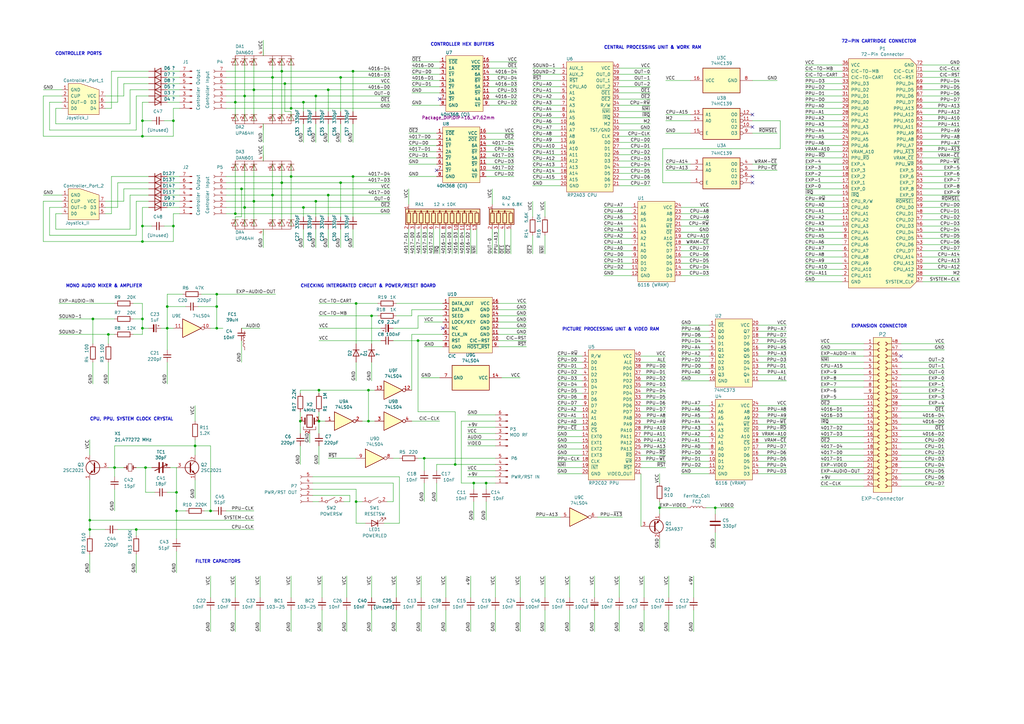
<source format=kicad_sch>
(kicad_sch (version 20250114) (generator "eeschema") (generator_version "9.0")
  (paper "A3")
  (title_block (title "NES-CPU-11") (rev "11") (company "Nintendo Co., LTD") (comment 1 "Clean-Up by =Lockster=") (comment 2 "KiCad Schematic by Redherring32") (comment 3 "Reverse Engineered by Krzysiobal") (comment 4 "Nintendo Entertainment System (NES) Motherboard"))
  (lib_symbols
    (symbol "74xx:74LS04"
      (property "Reference" "U" (at 0 1.27 0))
      (property "Value" "74LS04" (at 0 -1.27 0))
      (symbol "74LS04_1_0"
        (pin input line (at -7.62 0 0) (length 3.81) (name "~") (number "1"))
        (pin output inverted (at 7.62 0 180) (length 3.81) (name "~") (number "2"))
      )
      (symbol "74LS04_2_0"
        (pin input line (at -7.62 0 0) (length 3.81) (name "~") (number "3"))
        (pin output inverted (at 7.62 0 180) (length 3.81) (name "~") (number "4"))
      )
      (symbol "74LS04_3_0"
        (pin input line (at -7.62 0 0) (length 3.81) (name "~") (number "5"))
        (pin output inverted (at 7.62 0 180) (length 3.81) (name "~") (number "6"))
      )
      (symbol "74LS04_4_0"
        (pin input line (at -7.62 0 0) (length 3.81) (name "~") (number "9"))
        (pin output inverted (at 7.62 0 180) (length 3.81) (name "~") (number "8"))
      )
      (symbol "74LS04_5_0"
        (pin input line (at -7.62 0 0) (length 3.81) (name "~") (number "11"))
        (pin output inverted (at 7.62 0 180) (length 3.81) (name "~") (number "10"))
      )
      (symbol "74LS04_6_0"
        (pin input line (at -7.62 0 0) (length 3.81) (name "~") (number "13"))
        (pin output inverted (at 7.62 0 180) (length 3.81) (name "~") (number "12"))
      )
      (symbol "74LS04_7_0"
        (pin power_in line (at 0 12.7 270) (length 5.08) (name "VCC") (number "14"))
        (pin power_in line (at 0 -12.7 90) (length 5.08) (name "GND") (number "7"))
      )
    )
    (symbol "74xx:74LS139" (pin_names (offset 1.016))
      (property "Reference" "U" (at -7.62 8.89 0))
      (property "Value" "74LS139" (at -7.62 -8.89 0))
      (symbol "74LS139_1_0"
        (pin input line (at -12.7 2.54 0) (length 5.08) (name "A1") (number "3"))
        (pin input line (at -12.7 0 0) (length 5.08) (name "A0") (number "2"))
        (pin input inverted (at -12.7 -5.08 0) (length 5.08) (name "E") (number "1"))
        (pin output inverted (at 12.7 2.54 180) (length 5.08) (name "O0") (number "4"))
        (pin output inverted (at 12.7 0 180) (length 5.08) (name "O1") (number "5"))
        (pin output inverted (at 12.7 -2.54 180) (length 5.08) (name "O2") (number "6"))
        (pin output inverted (at 12.7 -5.08 180) (length 5.08) (name "O3") (number "7"))
      )
      (symbol "74LS139_2_0"
        (pin input line (at -12.7 2.54 0) (length 5.08) (name "A1") (number "13"))
        (pin input line (at -12.7 0 0) (length 5.08) (name "A0") (number "14"))
        (pin input inverted (at -12.7 -5.08 0) (length 5.08) (name "E") (number "15"))
        (pin output inverted (at 12.7 2.54 180) (length 5.08) (name "O0") (number "12"))
        (pin output inverted (at 12.7 0 180) (length 5.08) (name "O1") (number "11"))
        (pin output inverted (at 12.7 -2.54 180) (length 5.08) (name "O2") (number "10"))
        (pin output inverted (at 12.7 -5.08 180) (length 5.08) (name "O3") (number "9"))
      )
      (symbol "74LS139_3_0"
        (pin power_in line (at 0 12.7 270) (length 5.08) (name "VCC") (number "16"))
        (pin power_in line (at 0 -12.7 90) (length 5.08) (name "GND") (number "8"))
      )
    )
    (symbol "Connector:Conn_01x05_Pin" (pin_names (offset 1.016) (hide yes))
      (property "Reference" "J" (at 0 7.62 0))
      (property "Value" "Conn_01x05_Pin" (at 0 -7.62 0))
      (symbol "Conn_01x05_Pin_1_1"
        (pin passive line (at 5.08 5.08 180) (length 3.81) (name "Pin_1") (number "1"))
        (pin passive line (at 5.08 2.54 180) (length 3.81) (name "Pin_2") (number "2"))
        (pin passive line (at 5.08 0 180) (length 3.81) (name "Pin_3") (number "3"))
        (pin passive line (at 5.08 -2.54 180) (length 3.81) (name "Pin_4") (number "4"))
        (pin passive line (at 5.08 -5.08 180) (length 3.81) (name "Pin_5") (number "5"))
      )
    )
    (symbol "Connector:Conn_01x05_Socket" (pin_names (offset 1.016) (hide yes))
      (property "Reference" "J" (at 0 7.62 0))
      (property "Value" "Conn_01x05_Socket" (at 0 -7.62 0))
      (symbol "Conn_01x05_Socket_1_1"
        (pin passive line (at -5.08 5.08 0) (length 3.81) (name "Pin_1") (number "1"))
        (pin passive line (at -5.08 2.54 0) (length 3.81) (name "Pin_2") (number "2"))
        (pin passive line (at -5.08 0 0) (length 3.81) (name "Pin_3") (number "3"))
        (pin passive line (at -5.08 -2.54 0) (length 3.81) (name "Pin_4") (number "4"))
        (pin passive line (at -5.08 -5.08 0) (length 3.81) (name "Pin_5") (number "5"))
      )
    )
    (symbol "Connector:Conn_01x06_Pin" (pin_names (offset 1.016) (hide yes))
      (property "Reference" "J" (at 0 7.62 0))
      (property "Value" "Conn_01x06_Pin" (at 0 -10.16 0))
      (symbol "Conn_01x06_Pin_1_1"
        (pin passive line (at 5.08 5.08 180) (length 3.81) (name "Pin_1") (number "1"))
        (pin passive line (at 5.08 2.54 180) (length 3.81) (name "Pin_2") (number "2"))
        (pin passive line (at 5.08 0 180) (length 3.81) (name "Pin_3") (number "3"))
        (pin passive line (at 5.08 -2.54 180) (length 3.81) (name "Pin_4") (number "4"))
        (pin passive line (at 5.08 -5.08 180) (length 3.81) (name "Pin_5") (number "5"))
        (pin passive line (at 5.08 -7.62 180) (length 3.81) (name "Pin_6") (number "6"))
      )
    )
    (symbol "Connector:Conn_01x07_Pin" (pin_names (offset 1.016) (hide yes))
      (property "Reference" "J" (at 0 10.16 0))
      (property "Value" "Conn_01x07_Pin" (at 0 -10.16 0))
      (symbol "Conn_01x07_Pin_1_1"
        (pin passive line (at 5.08 7.62 180) (length 3.81) (name "Pin_1") (number "1"))
        (pin passive line (at 5.08 5.08 180) (length 3.81) (name "Pin_2") (number "2"))
        (pin passive line (at 5.08 2.54 180) (length 3.81) (name "Pin_3") (number "3"))
        (pin passive line (at 5.08 0 180) (length 3.81) (name "Pin_4") (number "4"))
        (pin passive line (at 5.08 -2.54 180) (length 3.81) (name "Pin_5") (number "5"))
        (pin passive line (at 5.08 -5.08 180) (length 3.81) (name "Pin_6") (number "6"))
        (pin passive line (at 5.08 -7.62 180) (length 3.81) (name "Pin_7") (number "7"))
      )
    )
    (symbol "Connector:Conn_01x07_Socket" (pin_names (offset 1.016) (hide yes))
      (property "Reference" "J" (at 0 10.16 0))
      (property "Value" "Conn_01x07_Socket" (at 0 -10.16 0))
      (symbol "Conn_01x07_Socket_1_1"
        (pin passive line (at -5.08 7.62 0) (length 3.81) (name "Pin_1") (number "1"))
        (pin passive line (at -5.08 5.08 0) (length 3.81) (name "Pin_2") (number "2"))
        (pin passive line (at -5.08 2.54 0) (length 3.81) (name "Pin_3") (number "3"))
        (pin passive line (at -5.08 0 0) (length 3.81) (name "Pin_4") (number "4"))
        (pin passive line (at -5.08 -2.54 0) (length 3.81) (name "Pin_5") (number "5"))
        (pin passive line (at -5.08 -5.08 0) (length 3.81) (name "Pin_6") (number "6"))
        (pin passive line (at -5.08 -7.62 0) (length 3.81) (name "Pin_7") (number "7"))
      )
    )
    (symbol "Device:C" (pin_numbers (hide yes)) (pin_names (offset 0.254))
      (property "Reference" "C" (at 0.635 2.54 0))
      (property "Value" "C" (at 0.635 -2.54 0))
      (symbol "C_1_1"
        (pin passive line (at 0 3.81 270) (length 2.794) (name "~") (number "1"))
        (pin passive line (at 0 -3.81 90) (length 2.794) (name "~") (number "2"))
      )
    )
    (symbol "Device:C_Polarized_Small" (pin_numbers (hide yes)) (pin_names (offset 0.254) (hide yes))
      (property "Reference" "C" (at 0.254 1.778 0))
      (property "Value" "C_Polarized_Small" (at 0.254 -2.032 0))
      (symbol "C_Polarized_Small_1_1"
        (pin passive line (at 0 2.54 270) (length 1.8542) (name "~") (number "1"))
        (pin passive line (at 0 -2.54 90) (length 1.8542) (name "~") (number "2"))
      )
    )
    (symbol "Device:C_Small" (pin_numbers (hide yes)) (pin_names (offset 0.254) (hide yes))
      (property "Reference" "C" (at 0.254 1.778 0))
      (property "Value" "C_Small" (at 0.254 -2.032 0))
      (symbol "C_Small_1_1"
        (pin passive line (at 0 2.54 270) (length 2.032) (name "~") (number "1"))
        (pin passive line (at 0 -2.54 90) (length 2.032) (name "~") (number "2"))
      )
    )
    (symbol "Device:C_Variable" (pin_numbers (hide yes)) (pin_names (offset 0.254) (hide yes))
      (property "Reference" "C" (at 0.635 -1.905 0))
      (property "Value" "C_Variable" (at 0.635 -3.81 0))
      (symbol "C_Variable_1_1"
        (pin passive line (at 0 3.81 270) (length 3.048) (name "~") (number "1"))
        (pin passive line (at 0 -3.81 90) (length 3.048) (name "~") (number "2"))
      )
    )
    (symbol "Device:Crystal_GND2" (pin_names (offset 1.016) (hide yes))
      (property "Reference" "Y" (at 0 5.715 0))
      (property "Value" "Crystal_GND2" (at 0 3.81 0))
      (symbol "Crystal_GND2_1_1"
        (pin passive line (at -3.81 0 0) (length 1.27) (name "1") (number "1"))
        (pin passive line (at 0 -5.08 90) (length 1.27) (name "2") (number "2"))
        (pin passive line (at 3.81 0 180) (length 1.27) (name "3") (number "3"))
      )
    )
    (symbol "Device:Crystal_Small" (pin_numbers (hide yes)) (pin_names (offset 1.016) (hide yes))
      (property "Reference" "Y" (at 0 2.54 0))
      (property "Value" "Crystal_Small" (at 0 -2.54 0))
      (symbol "Crystal_Small_1_1"
        (pin passive line (at -2.54 0 0) (length 1.27) (name "1") (number "1"))
        (pin passive line (at 2.54 0 180) (length 1.27) (name "2") (number "2"))
      )
    )
    (symbol "Device:D" (pin_numbers (hide yes)) (pin_names (offset 1.016) (hide yes))
      (property "Reference" "D" (at 0 2.54 0))
      (property "Value" "D" (at 0 -2.54 0))
      (symbol "D_1_1"
        (pin passive line (at -3.81 0 0) (length 2.54) (name "K") (number "1"))
        (pin passive line (at 3.81 0 180) (length 2.54) (name "A") (number "2"))
      )
    )
    (symbol "Device:LED" (pin_numbers (hide yes)) (pin_names (offset 1.016) (hide yes))
      (property "Reference" "D" (at 0 2.54 0))
      (property "Value" "LED" (at 0 -2.54 0))
      (symbol "LED_1_1"
        (pin passive line (at -3.81 0 0) (length 2.54) (name "K") (number "1"))
        (pin passive line (at 3.81 0 180) (length 2.54) (name "A") (number "2"))
      )
    )
    (symbol "Device:R" (pin_numbers (hide yes)) (pin_names (offset 0))
      (property "Reference" "R" (at 2.032 0 90))
      (property "Value" "R" (at 0 0 90))
      (symbol "R_1_1"
        (pin passive line (at 0 3.81 270) (length 1.27) (name "~") (number "1"))
        (pin passive line (at 0 -3.81 90) (length 1.27) (name "~") (number "2"))
      )
    )
    (symbol "Device:R_Network04" (pin_names (offset 0) (hide yes))
      (property "Reference" "RN" (at -7.62 0 90))
      (property "Value" "R_Network04" (at 5.08 0 90))
      (symbol "R_Network04_1_1"
        (pin passive line (at -5.08 5.08 270) (length 2.54) (name "common") (number "1"))
        (pin passive line (at -5.08 -5.08 90) (length 1.27) (name "R1") (number "2"))
        (pin passive line (at -2.54 -5.08 90) (length 1.27) (name "R2") (number "3"))
        (pin passive line (at 0 -5.08 90) (length 1.27) (name "R3") (number "4"))
        (pin passive line (at 2.54 -5.08 90) (length 1.27) (name "R4") (number "5"))
      )
    )
    (symbol "Device:R_Network12" (pin_names (offset 0) (hide yes))
      (property "Reference" "RN" (at -17.78 0 90))
      (property "Value" "R_Network12" (at 15.24 0 90))
      (symbol "R_Network12_1_1"
        (pin passive line (at -15.24 5.08 270) (length 2.54) (name "common") (number "1"))
        (pin passive line (at -15.24 -5.08 90) (length 1.27) (name "R1") (number "2"))
        (pin passive line (at -12.7 -5.08 90) (length 1.27) (name "R2") (number "3"))
        (pin passive line (at -10.16 -5.08 90) (length 1.27) (name "R3") (number "4"))
        (pin passive line (at -7.62 -5.08 90) (length 1.27) (name "R4") (number "5"))
        (pin passive line (at -5.08 -5.08 90) (length 1.27) (name "R5") (number "6"))
        (pin passive line (at -2.54 -5.08 90) (length 1.27) (name "R6") (number "7"))
        (pin passive line (at 0 -5.08 90) (length 1.27) (name "R7") (number "8"))
        (pin passive line (at 2.54 -5.08 90) (length 1.27) (name "R8") (number "9"))
        (pin passive line (at 5.08 -5.08 90) (length 1.27) (name "R9") (number "10"))
        (pin passive line (at 7.62 -5.08 90) (length 1.27) (name "R10") (number "11"))
        (pin passive line (at 10.16 -5.08 90) (length 1.27) (name "R11") (number "12"))
        (pin passive line (at 12.7 -5.08 90) (length 1.27) (name "R12") (number "13"))
      )
    )
    (symbol "Ferrite_Core_1" (pin_names (offset 1.016))
      (property "Reference" "FC" (at 0 0 0))
      (property "Value" "Ferrite_Core" (at 0 0 0))
      (symbol "Ferrite_Core_1_1_1"
        (pin input line (at -8.89 -5.08 0) (length 0) (name "~") (number "~"))
        (pin output line (at -1.27 -5.08 0) (length 0) (name "~") (number "~"))
      )
    )
    (symbol "Motherboard:10NES_CIC" (pin_names (offset 1.016))
      (property "Reference" "U" (at -7.62 13.97 0))
      (property "Value" "10NES_CIC" (at 3.81 -11.43 0))
      (symbol "10NES_CIC_1_1"
        (pin output line (at -11.43 10.16 0) (length 2.54) (name "DATA_OUT") (number "1"))
        (pin input line (at -11.43 7.62 0) (length 2.54) (name "DATA_IN") (number "2"))
        (pin input line (at -11.43 5.08 0) (length 2.54) (name "SEED") (number "3"))
        (pin input line (at -11.43 2.54 0) (length 2.54) (name "LOCK/KEY") (number "4"))
        (pin passive line (at -11.43 0 0) (length 2.54) (name "NC") (number "5"))
        (pin input line (at -11.43 -2.54 0) (length 2.54) (name "CLK_IN") (number "6"))
        (pin input line (at -11.43 -5.08 0) (length 2.54) (name "RST") (number "7"))
        (pin passive line (at -11.43 -7.62 0) (length 2.54) (name "GND") (number "8"))
        (pin passive line (at 11.43 10.16 180) (length 2.54) (name "VCC") (number "16"))
        (pin passive line (at 11.43 7.62 180) (length 2.54) (name "GND") (number "15"))
        (pin passive line (at 11.43 5.08 180) (length 2.54) (name "GND") (number "14"))
        (pin passive line (at 11.43 2.54 180) (length 2.54) (name "GND") (number "13"))
        (pin passive line (at 11.43 0 180) (length 2.54) (name "GND") (number "12"))
        (pin passive line (at 11.43 -2.54 180) (length 2.54) (name "GND") (number "11"))
        (pin output line (at 11.43 -5.08 180) (length 2.54) (name "CIC-RST") (number "10"))
        (pin output line (at 11.43 -7.62 180) (length 2.54) (name "~{HOST_RST}") (number "9"))
      )
    )
    (symbol "Motherboard:2KB_SRAM" (pin_names (offset 1.016))
      (property "Reference" "U" (at -6.35 17.78 0))
      (property "Value" "2KB_SRAM" (at 2.54 -17.78 0))
      (symbol "2KB_SRAM_1_1"
        (pin passive line (at -10.16 13.97 0) (length 2.54) (name "A7") (number "1"))
        (pin passive line (at -10.16 11.43 0) (length 2.54) (name "A6~{}") (number "2"))
        (pin passive line (at -10.16 8.89 0) (length 2.54) (name "A5~{}") (number "3"))
        (pin passive line (at -10.16 6.35 0) (length 2.54) (name "A4~{}") (number "4"))
        (pin passive line (at -10.16 3.81 0) (length 2.54) (name "A3~{}") (number "5"))
        (pin passive line (at -10.16 1.27 0) (length 2.54) (name "A2") (number "6"))
        (pin passive line (at -10.16 -1.27 0) (length 2.54) (name "A1") (number "7"))
        (pin passive line (at -10.16 -3.81 0) (length 2.54) (name "A0") (number "8"))
        (pin passive line (at -10.16 -6.35 0) (length 2.54) (name "D0") (number "9"))
        (pin passive line (at -10.16 -8.89 0) (length 2.54) (name "D1") (number "10"))
        (pin passive line (at -10.16 -11.43 0) (length 2.54) (name "D2") (number "11"))
        (pin passive line (at -10.16 -13.97 0) (length 2.54) (name "GND~{}") (number "12"))
        (pin passive line (at 10.16 13.97 180) (length 2.54) (name "VCC") (number "24"))
        (pin passive line (at 10.16 11.43 180) (length 2.54) (name "A8") (number "23"))
        (pin passive line (at 10.16 8.89 180) (length 2.54) (name "A9") (number "22"))
        (pin passive line (at 10.16 6.35 180) (length 2.54) (name "~{WE}") (number "21"))
        (pin passive line (at 10.16 3.81 180) (length 2.54) (name "~{OE}") (number "20"))
        (pin passive line (at 10.16 1.27 180) (length 2.54) (name "A10") (number "19"))
        (pin passive line (at 10.16 -1.27 180) (length 2.54) (name "~{CS}") (number "18"))
        (pin passive line (at 10.16 -3.81 180) (length 2.54) (name "D7") (number "17"))
        (pin passive line (at 10.16 -6.35 180) (length 2.54) (name "D6") (number "16"))
        (pin passive line (at 10.16 -8.89 180) (length 2.54) (name "D5") (number "15"))
        (pin passive line (at 10.16 -11.43 180) (length 2.54) (name "D4") (number "14"))
        (pin passive line (at 10.16 -13.97 180) (length 2.54) (name "D3") (number "13"))
      )
    )
    (symbol "Motherboard:72-Pin_Connector" (pin_names (offset 1.016))
      (property "Reference" "J" (at -12.7 49.53 0))
      (property "Value" "72-Pin_Connector" (at 5.08 -46.99 0))
      (symbol "72-Pin_Connector_1_1"
        (pin passive line (at -16.51 45.72 0) (length 2.54) (name "VCC") (number "36"))
        (pin output line (at -16.51 43.18 0) (length 2.54) (name "CIC-TO-MB") (number "35"))
        (pin input line (at -16.51 40.64 0) (length 2.54) (name "CIC-TO-CART") (number "34"))
        (pin bidirectional line (at -16.51 38.1 0) (length 2.54) (name "PPU_D3") (number "33"))
        (pin bidirectional line (at -16.51 35.56 0) (length 2.54) (name "PPU_D2") (number "32"))
        (pin bidirectional line (at -16.51 33.02 0) (length 2.54) (name "PPU_D1") (number "31"))
        (pin bidirectional line (at -16.51 30.48 0) (length 2.54) (name "PPU_D0") (number "30"))
        (pin input line (at -16.51 27.94 0) (length 2.54) (name "PPU_A0") (number "29"))
        (pin input line (at -16.51 25.4 0) (length 2.54) (name "PPU_A1") (number "28"))
        (pin input line (at -16.51 22.86 0) (length 2.54) (name "PPU_A2") (number "27"))
        (pin input line (at -16.51 20.32 0) (length 2.54) (name "PPU_A3") (number "26"))
        (pin input line (at -16.51 17.78 0) (length 2.54) (name "PPU_A4") (number "25"))
        (pin input line (at -16.51 15.24 0) (length 2.54) (name "PPU_A5") (number "24"))
        (pin input line (at -16.51 12.7 0) (length 2.54) (name "PPU_A6") (number "23"))
        (pin output line (at -16.51 10.16 0) (length 2.54) (name "VRAM_A10") (number "22"))
        (pin input line (at -16.51 7.62 0) (length 2.54) (name "PPU_~{RD}") (number "21"))
        (pin passive line (at -16.51 5.08 0) (length 2.54) (name "EXP_4") (number "20"))
        (pin passive line (at -16.51 2.54 0) (length 2.54) (name "EXP_3") (number "19"))
        (pin passive line (at -16.51 0 0) (length 2.54) (name "EXP_2") (number "18"))
        (pin passive line (at -16.51 -2.54 0) (length 2.54) (name "EXP_1") (number "17"))
        (pin passive line (at -16.51 -5.08 0) (length 2.54) (name "EXP_0") (number "16"))
        (pin output line (at -16.51 -7.62 0) (length 2.54) (name "~{IRQ}") (number "15"))
        (pin input line (at -16.51 -10.16 0) (length 2.54) (name "CPU_R/W") (number "14"))
        (pin input line (at -16.51 -12.7 0) (length 2.54) (name "CPU_A0") (number "13"))
        (pin input line (at -16.51 -15.24 0) (length 2.54) (name "CPU_A1") (number "12"))
        (pin input line (at -16.51 -17.78 0) (length 2.54) (name "CPU_A2") (number "11"))
        (pin input line (at -16.51 -20.32 0) (length 2.54) (name "CPU_A3") (number "10"))
        (pin input line (at -16.51 -22.86 0) (length 2.54) (name "CPU_A4") (number "9"))
        (pin input line (at -16.51 -25.4 0) (length 2.54) (name "CPU_A5") (number "8"))
        (pin input line (at -16.51 -27.94 0) (length 2.54) (name "CPU_A6") (number "7"))
        (pin input line (at -16.51 -30.48 0) (length 2.54) (name "CPU_A7") (number "6"))
        (pin input line (at -16.51 -33.02 0) (length 2.54) (name "CPU_A8") (number "5"))
        (pin input line (at -16.51 -35.56 0) (length 2.54) (name "CPU_A9") (number "4"))
        (pin input line (at -16.51 -38.1 0) (length 2.54) (name "CPU_A10") (number "3"))
        (pin input line (at -16.51 -40.64 0) (length 2.54) (name "CPU_A11") (number "2"))
        (pin passive line (at -16.51 -43.18 0) (length 2.54) (name "GND") (number "1"))
        (pin passive line (at 16.51 45.72 180) (length 2.54) (name "GND") (number "72"))
        (pin input line (at 16.51 43.18 180) (length 2.54) (name "CIC-CLK") (number "71"))
        (pin input line (at 16.51 40.64 180) (length 2.54) (name "CIC-RST") (number "70"))
        (pin bidirectional line (at 16.51 38.1 180) (length 2.54) (name "PPU_D4") (number "69"))
        (pin bidirectional line (at 16.51 35.56 180) (length 2.54) (name "PPU_D5") (number "68"))
        (pin bidirectional line (at 16.51 33.02 180) (length 2.54) (name "PPU_D6") (number "67"))
        (pin bidirectional line (at 16.51 30.48 180) (length 2.54) (name "PPU_D7") (number "66"))
        (pin input line (at 16.51 27.94 180) (length 2.54) (name "PPU_A13") (number "65"))
        (pin input line (at 16.51 25.4 180) (length 2.54) (name "PPU_A12") (number "64"))
        (pin input line (at 16.51 22.86 180) (length 2.54) (name "PPU_A10") (number "63"))
        (pin input line (at 16.51 20.32 180) (length 2.54) (name "PPU_A11") (number "62"))
        (pin input line (at 16.51 17.78 180) (length 2.54) (name "PPU_A9") (number "61"))
        (pin input line (at 16.51 15.24 180) (length 2.54) (name "PPU_A8") (number "60"))
        (pin input line (at 16.51 12.7 180) (length 2.54) (name "PPU_A7") (number "59"))
        (pin input line (at 16.51 10.16 180) (length 2.54) (name "PPU_~{A13}") (number "58"))
        (pin output line (at 16.51 7.62 180) (length 2.54) (name "VRAM_~{CE}") (number "57"))
        (pin input line (at 16.51 5.08 180) (length 2.54) (name "PPU_~{WR}") (number "56"))
        (pin passive line (at 16.51 2.54 180) (length 2.54) (name "EXP_5") (number "55"))
        (pin passive line (at 16.51 0 180) (length 2.54) (name "EXP_6") (number "54"))
        (pin passive line (at 16.51 -2.54 180) (length 2.54) (name "EXP_7") (number "53"))
        (pin passive line (at 16.51 -5.08 180) (length 2.54) (name "EXP_8") (number "52"))
        (pin passive line (at 16.51 -7.62 180) (length 2.54) (name "EXP_9") (number "51"))
        (pin input line (at 16.51 -10.16 180) (length 2.54) (name "~{ROMSEL}") (number "50"))
        (pin bidirectional line (at 16.51 -12.7 180) (length 2.54) (name "CPU_D0") (number "49"))
        (pin bidirectional line (at 16.51 -15.24 180) (length 2.54) (name "CPU_D1") (number "48"))
        (pin bidirectional line (at 16.51 -17.78 180) (length 2.54) (name "CPU_D2") (number "47"))
        (pin bidirectional line (at 16.51 -20.32 180) (length 2.54) (name "CPU_D3") (number "46"))
        (pin bidirectional line (at 16.51 -22.86 180) (length 2.54) (name "CPU_D4") (number "45"))
        (pin bidirectional line (at 16.51 -25.4 180) (length 2.54) (name "CPU_D5") (number "44"))
        (pin bidirectional line (at 16.51 -27.94 180) (length 2.54) (name "CPU_D6") (number "43"))
        (pin bidirectional line (at 16.51 -30.48 180) (length 2.54) (name "CPU_D7") (number "42"))
        (pin input line (at 16.51 -33.02 180) (length 2.54) (name "CPU_A14") (number "41"))
        (pin input line (at 16.51 -35.56 180) (length 2.54) (name "CPU_A13") (number "40"))
        (pin input line (at 16.51 -38.1 180) (length 2.54) (name "CPU_A12") (number "39"))
        (pin input line (at 16.51 -40.64 180) (length 2.54) (name "M2") (number "38"))
        (pin input line (at 16.51 -43.18 180) (length 2.54) (name "SYSTEM_CLK") (number "37"))
      )
    )
    (symbol "Motherboard:74HC368" (pin_names (offset 1.016))
      (property "Reference" "U" (at -6.35 12.7 0))
      (property "Value" "74HC368" (at 2.54 -12.7 0))
      (symbol "74HC368_1_1"
        (pin input line (at -10.16 8.89 0) (length 2.54) (name "~{1OE}") (number "1"))
        (pin input line (at -10.16 6.35 0) (length 2.54) (name "1A") (number "2"))
        (pin output line (at -10.16 3.81 0) (length 2.54) (name "~{1Y}") (number "3"))
        (pin input line (at -10.16 1.27 0) (length 2.54) (name "2A") (number "4"))
        (pin output line (at -10.16 -1.27 0) (length 2.54) (name "~{2Y}") (number "5"))
        (pin input line (at -10.16 -3.81 0) (length 2.54) (name "3A") (number "6"))
        (pin output line (at -10.16 -6.35 0) (length 2.54) (name "~{3Y}") (number "7"))
        (pin passive line (at -10.16 -8.89 0) (length 2.54) (name "GND") (number "8"))
        (pin passive line (at 10.16 8.89 180) (length 2.54) (name "VCC") (number "16"))
        (pin input line (at 10.16 6.35 180) (length 2.54) (name "~{2OE}") (number "15"))
        (pin input line (at 10.16 3.81 180) (length 2.54) (name "6A") (number "14"))
        (pin output line (at 10.16 1.27 180) (length 2.54) (name "~{6Y}") (number "13"))
        (pin input line (at 10.16 -1.27 180) (length 2.54) (name "5A") (number "12"))
        (pin output line (at 10.16 -3.81 180) (length 2.54) (name "~{5Y}") (number "11"))
        (pin input line (at 10.16 -6.35 180) (length 2.54) (name "4A") (number "10"))
        (pin output line (at 10.16 -8.89 180) (length 2.54) (name "~{4Y}") (number "9"))
      )
    )
    (symbol "Motherboard:74HC373" (pin_names (offset 1.016))
      (property "Reference" "U" (at -6.35 15.24 0))
      (property "Value" "74HC373" (at 2.54 -15.24 0))
      (symbol "74HC373_1_1"
        (pin input line (at -10.16 11.43 0) (length 2.54) (name "~{OE}") (number "1"))
        (pin output line (at -10.16 8.89 0) (length 2.54) (name "Q0") (number "2"))
        (pin input line (at -10.16 6.35 0) (length 2.54) (name "D0") (number "3"))
        (pin input line (at -10.16 3.81 0) (length 2.54) (name "D1") (number "4"))
        (pin output line (at -10.16 1.27 0) (length 2.54) (name "Q1") (number "5"))
        (pin output line (at -10.16 -1.27 0) (length 2.54) (name "Q2") (number "6"))
        (pin input line (at -10.16 -3.81 0) (length 2.54) (name "D2") (number "7"))
        (pin input line (at -10.16 -6.35 0) (length 2.54) (name "D3") (number "8"))
        (pin output line (at -10.16 -8.89 0) (length 2.54) (name "Q3") (number "9"))
        (pin passive line (at -10.16 -11.43 0) (length 2.54) (name "GND") (number "10"))
        (pin passive line (at 10.16 11.43 180) (length 2.54) (name "VCC") (number "20"))
        (pin output line (at 10.16 8.89 180) (length 2.54) (name "Q7") (number "19"))
        (pin input line (at 10.16 6.35 180) (length 2.54) (name "D7") (number "18"))
        (pin input line (at 10.16 3.81 180) (length 2.54) (name "D6") (number "17"))
        (pin output line (at 10.16 1.27 180) (length 2.54) (name "Q6") (number "16"))
        (pin output line (at 10.16 -1.27 180) (length 2.54) (name "Q5") (number "15"))
        (pin input line (at 10.16 -3.81 180) (length 2.54) (name "D5") (number "14"))
        (pin input line (at 10.16 -6.35 180) (length 2.54) (name "D4") (number "13"))
        (pin output line (at 10.16 -8.89 180) (length 2.54) (name "Q4") (number "12"))
        (pin input line (at 10.16 -11.43 180) (length 2.54) (name "LE") (number "11"))
      )
    )
    (symbol "Motherboard:Controller_Port" (pin_names (offset 1.016))
      (property "Reference" "J" (at -5.08 8.89 0))
      (property "Value" "Controller_Port" (at 0 -6.35 0))
      (symbol "Controller_Port_1_1"
        (pin passive line (at -8.89 5.08 0) (length 2.54) (name "GND") (number "1"))
        (pin output line (at -8.89 2.54 0) (length 2.54) (name "CUP") (number "2"))
        (pin output line (at -8.89 0 0) (length 2.54) (name "OUT-0") (number "3"))
        (pin input line (at -8.89 -2.54 0) (length 2.54) (name "D0") (number "4"))
        (pin passive line (at 8.89 2.54 180) (length 2.54) (name "VCC") (number "7"))
        (pin input line (at 8.89 0 180) (length 2.54) (name "D3") (number "6"))
        (pin input line (at 8.89 -2.54 180) (length 2.54) (name "D4") (number "5"))
      )
    )
    (symbol "Motherboard:Diode_Array_7pin_(Anode-Common)" (pin_names (offset 1.016))
      (property "Reference" "U" (at 0 0 0))
      (property "Value" "Diode_Array_7pin_(Anode-Common)" (at 0 0 0))
      (symbol "Diode_Array_7pin_(Anode-Common)_1_1"
        (pin output line (at -8.89 -5.08 270) (length 2.54) (name "~") (number "1"))
        (pin output line (at -5.08 -5.08 270) (length 2.54) (name "~") (number "2"))
        (pin output line (at -1.27 -5.08 270) (length 2.54) (name "~") (number "3"))
        (pin input line (at 2.54 -3.81 90) (length 2.54) (name "~") (number "4"))
        (pin output line (at 6.35 -5.08 270) (length 2.54) (name "~") (number "5"))
        (pin output line (at 10.16 -5.08 270) (length 2.54) (name "~") (number "6"))
        (pin output line (at 13.97 -5.08 270) (length 2.54) (name "~") (number "7"))
      )
    )
    (symbol "Motherboard:Diode_Array_7pin_(Cathode-Common)" (pin_names (offset 1.016))
      (property "Reference" "U" (at 0 0 0))
      (property "Value" "Diode_Array_7pin_(Cathode-Common)" (at 0 0 0))
      (symbol "Diode_Array_7pin_(Cathode-Common)_1_1"
        (pin output line (at -8.89 -5.08 270) (length 2.54) (name "~") (number "1"))
        (pin output line (at -5.08 -5.08 270) (length 2.54) (name "~") (number "2"))
        (pin output line (at -1.27 -5.08 270) (length 2.54) (name "~") (number "3"))
        (pin input line (at 2.54 -3.81 90) (length 2.54) (name "~") (number "4"))
        (pin output line (at 6.35 -5.08 270) (length 2.54) (name "~") (number "5"))
        (pin output line (at 10.16 -5.08 270) (length 2.54) (name "~") (number "6"))
        (pin output line (at 13.97 -5.08 270) (length 2.54) (name "~") (number "7"))
      )
    )
    (symbol "Motherboard:EXP-CON" (pin_names (offset 1.016))
      (property "Reference" "J" (at -3.81 33.782 0))
      (property "Value" "EXP-CON" (at -5.08 -35.56 0))
      (symbol "EXP-CON_1_0"
        (pin passive line (at -7.62 30.48 0) (length 5.08) (name "~") (number "1"))
        (pin passive line (at -7.62 27.94 0) (length 5.08) (name "~") (number "2"))
        (pin passive line (at -7.62 25.4 0) (length 5.08) (name "~") (number "3"))
        (pin passive line (at -7.62 22.86 0) (length 5.08) (name "~") (number "4"))
        (pin passive line (at -7.62 20.32 0) (length 5.08) (name "~") (number "5"))
        (pin passive line (at -7.62 17.78 0) (length 5.08) (name "~") (number "6"))
        (pin passive line (at -7.62 15.24 0) (length 5.08) (name "~") (number "7"))
        (pin passive line (at -7.62 12.7 0) (length 5.08) (name "~") (number "8"))
        (pin passive line (at -7.62 10.16 0) (length 5.08) (name "~") (number "9"))
        (pin passive line (at -7.62 7.62 0) (length 5.08) (name "~") (number "10"))
        (pin passive line (at -7.62 5.08 0) (length 5.08) (name "~") (number "11"))
        (pin passive line (at -7.62 2.54 0) (length 5.08) (name "~") (number "12"))
        (pin passive line (at -7.62 0 0) (length 5.08) (name "~") (number "13"))
        (pin passive line (at -7.62 -2.54 0) (length 5.08) (name "~") (number "14"))
        (pin passive line (at -7.62 -5.08 0) (length 5.08) (name "~") (number "15"))
        (pin passive line (at -7.62 -7.62 0) (length 5.08) (name "~") (number "16"))
        (pin passive line (at -7.62 -10.16 0) (length 5.08) (name "~") (number "17"))
        (pin passive line (at -7.62 -12.7 0) (length 5.08) (name "~") (number "18"))
        (pin passive line (at -7.62 -15.24 0) (length 5.08) (name "~") (number "19"))
        (pin passive line (at -7.62 -17.78 0) (length 5.08) (name "~") (number "20"))
        (pin passive line (at -7.62 -20.32 0) (length 5.08) (name "~") (number "21"))
        (pin passive line (at -7.62 -22.86 0) (length 5.08) (name "~") (number "22"))
        (pin passive line (at -7.62 -25.4 0) (length 5.08) (name "~") (number "23"))
        (pin passive line (at -7.62 -27.94 0) (length 5.08) (name "~") (number "24"))
        (pin passive line (at 7.62 30.48 180) (length 5.08) (name "~") (number "48"))
        (pin passive line (at 7.62 27.94 180) (length 5.08) (name "~") (number "47"))
        (pin passive line (at 7.62 25.4 180) (length 5.08) (name "~") (number "46"))
        (pin passive line (at 7.62 22.86 180) (length 5.08) (name "~") (number "45"))
        (pin passive line (at 7.62 20.32 180) (length 5.08) (name "~") (number "44"))
        (pin passive line (at 7.62 17.78 180) (length 5.08) (name "~") (number "43"))
        (pin passive line (at 7.62 15.24 180) (length 5.08) (name "~") (number "42"))
        (pin passive line (at 7.62 12.7 180) (length 5.08) (name "~") (number "41"))
        (pin passive line (at 7.62 10.16 180) (length 5.08) (name "~") (number "40"))
        (pin passive line (at 7.62 7.62 180) (length 5.08) (name "~") (number "39"))
        (pin passive line (at 7.62 5.08 180) (length 5.08) (name "~") (number "38"))
        (pin passive line (at 7.62 2.54 180) (length 5.08) (name "~") (number "37"))
        (pin passive line (at 7.62 0 180) (length 5.08) (name "~") (number "36"))
        (pin passive line (at 7.62 -2.54 180) (length 5.08) (name "~") (number "35"))
        (pin passive line (at 7.62 -5.08 180) (length 5.08) (name "~") (number "34"))
        (pin passive line (at 7.62 -7.62 180) (length 5.08) (name "~") (number "33"))
        (pin passive line (at 7.62 -10.16 180) (length 5.08) (name "~") (number "32"))
        (pin passive line (at 7.62 -12.7 180) (length 5.08) (name "~") (number "31"))
        (pin passive line (at 7.62 -15.24 180) (length 5.08) (name "~") (number "30"))
        (pin passive line (at 7.62 -17.78 180) (length 5.08) (name "~") (number "29"))
        (pin passive line (at 7.62 -20.32 180) (length 5.08) (name "~") (number "28"))
        (pin passive line (at 7.62 -22.86 180) (length 5.08) (name "~") (number "27"))
        (pin passive line (at 7.62 -25.4 180) (length 5.08) (name "~") (number "26"))
        (pin passive line (at 7.62 -27.94 180) (length 5.08) (name "~") (number "25"))
      )
    )
    (symbol "Motherboard:Ferrite_Core" (pin_names (offset 1.016))
      (property "Reference" "FC" (at 0 0 0))
      (property "Value" "Ferrite_Core" (at 0 0 0))
      (symbol "Ferrite_Core_1_1"
        (pin input line (at -8.89 -5.08 0) (length 0) (name "~") (number "~"))
        (pin output line (at -1.27 -5.08 0) (length 0) (name "~") (number "~"))
      )
    )
    (symbol "Motherboard:RP2A03_CPU" (pin_names (offset 1.016))
      (property "Reference" "U" (at -8.89 27.94 0))
      (property "Value" "RP2A03_CPU" (at 2.54 -27.94 0))
      (symbol "RP2A03_CPU_1_1"
        (pin output line (at -12.7 24.13 0) (length 2.54) (name "AUX_1") (number "1"))
        (pin output line (at -12.7 21.59 0) (length 2.54) (name "AUX_2") (number "2"))
        (pin input line (at -12.7 19.05 0) (length 2.54) (name "~{RST}") (number "3"))
        (pin output line (at -12.7 16.51 0) (length 2.54) (name "CPU_A0") (number "4"))
        (pin output line (at -12.7 13.97 0) (length 2.54) (name "A1") (number "5"))
        (pin output line (at -12.7 11.43 0) (length 2.54) (name "A2") (number "6"))
        (pin output line (at -12.7 8.89 0) (length 2.54) (name "A3") (number "7"))
        (pin output line (at -12.7 6.35 0) (length 2.54) (name "A4") (number "8"))
        (pin output line (at -12.7 3.81 0) (length 2.54) (name "A5") (number "9"))
        (pin output line (at -12.7 1.27 0) (length 2.54) (name "A6") (number "10"))
        (pin output line (at -12.7 -1.27 0) (length 2.54) (name "A7") (number "11"))
        (pin output line (at -12.7 -3.81 0) (length 2.54) (name "A8") (number "12"))
        (pin output line (at -12.7 -6.35 0) (length 2.54) (name "A9") (number "13"))
        (pin output line (at -12.7 -8.89 0) (length 2.54) (name "A10") (number "14"))
        (pin output line (at -12.7 -11.43 0) (length 2.54) (name "A11") (number "15"))
        (pin output line (at -12.7 -13.97 0) (length 2.54) (name "A12") (number "16"))
        (pin output line (at -12.7 -16.51 0) (length 2.54) (name "A13") (number "17"))
        (pin output line (at -12.7 -19.05 0) (length 2.54) (name "A14") (number "18"))
        (pin output line (at -12.7 -21.59 0) (length 2.54) (name "A15") (number "19"))
        (pin passive line (at -12.7 -24.13 0) (length 2.54) (name "GND") (number "20"))
        (pin passive line (at 11.43 24.13 180) (length 2.54) (name "VCC") (number "40"))
        (pin output line (at 11.43 21.59 180) (length 2.54) (name "OUT_0") (number "39"))
        (pin output line (at 11.43 19.05 180) (length 2.54) (name "OUT_1") (number "38"))
        (pin output line (at 11.43 16.51 180) (length 2.54) (name "OUT_2") (number "37"))
        (pin output line (at 11.43 13.97 180) (length 2.54) (name "~{OE1}") (number "36"))
        (pin output line (at 11.43 11.43 180) (length 2.54) (name "~{OE2}") (number "35"))
        (pin output line (at 11.43 8.89 180) (length 2.54) (name "R/W") (number "34"))
        (pin input line (at 11.43 6.35 180) (length 2.54) (name "~{NMI}") (number "33"))
        (pin input line (at 11.43 3.81 180) (length 2.54) (name "~{IRQ}") (number "32"))
        (pin output line (at 11.43 1.27 180) (length 2.54) (name "M2") (number "31"))
        (pin input line (at 11.43 -1.27 180) (length 2.54) (name "TST/GND") (number "30"))
        (pin input line (at 11.43 -3.81 180) (length 2.54) (name "CLK") (number "29"))
        (pin bidirectional line (at 11.43 -6.35 180) (length 2.54) (name "D0") (number "28"))
        (pin bidirectional line (at 11.43 -8.89 180) (length 2.54) (name "D1") (number "27"))
        (pin bidirectional line (at 11.43 -11.43 180) (length 2.54) (name "D2") (number "26"))
        (pin bidirectional line (at 11.43 -13.97 180) (length 2.54) (name "D3") (number "25"))
        (pin bidirectional line (at 11.43 -16.51 180) (length 2.54) (name "D4") (number "24"))
        (pin bidirectional line (at 11.43 -19.05 180) (length 2.54) (name "D5") (number "23"))
        (pin bidirectional line (at 11.43 -21.59 180) (length 2.54) (name "D6") (number "22"))
        (pin bidirectional line (at 11.43 -24.13 180) (length 2.54) (name "D7") (number "21"))
      )
    )
    (symbol "Motherboard:RP2C02_PPU" (pin_names (offset 1.016))
      (property "Reference" "U" (at -8.89 27.94 0))
      (property "Value" "RP2C02_PPU" (at 2.54 -27.94 0))
      (symbol "RP2C02_PPU_1_1"
        (pin input line (at -12.7 24.13 0) (length 2.54) (name "R/W") (number "1"))
        (pin bidirectional line (at -12.7 21.59 0) (length 2.54) (name "D0") (number "2"))
        (pin bidirectional line (at -12.7 19.05 0) (length 2.54) (name "D1") (number "3"))
        (pin bidirectional line (at -12.7 16.51 0) (length 2.54) (name "D2") (number "4"))
        (pin bidirectional line (at -12.7 13.97 0) (length 2.54) (name "D3") (number "5"))
        (pin bidirectional line (at -12.7 11.43 0) (length 2.54) (name "D4") (number "6"))
        (pin bidirectional line (at -12.7 8.89 0) (length 2.54) (name "D7") (number "7"))
        (pin bidirectional line (at -12.7 6.35 0) (length 2.54) (name "D6") (number "8"))
        (pin bidirectional line (at -12.7 3.81 0) (length 2.54) (name "D7") (number "9"))
        (pin input line (at -12.7 1.27 0) (length 2.54) (name "A2") (number "10"))
        (pin input line (at -12.7 -1.27 0) (length 2.54) (name "A1") (number "11"))
        (pin input line (at -12.7 -3.81 0) (length 2.54) (name "A0") (number "12"))
        (pin input line (at -12.7 -6.35 0) (length 2.54) (name "~{CS}") (number "13"))
        (pin bidirectional line (at -12.7 -8.89 0) (length 2.54) (name "EXT0") (number "14"))
        (pin bidirectional line (at -12.7 -11.43 0) (length 2.54) (name "EXT1") (number "15"))
        (pin bidirectional line (at -12.7 -13.97 0) (length 2.54) (name "EXT2") (number "16"))
        (pin bidirectional line (at -12.7 -16.51 0) (length 2.54) (name "EXT3") (number "17"))
        (pin input line (at -12.7 -19.05 0) (length 2.54) (name "CLK") (number "18"))
        (pin output line (at -12.7 -21.59 0) (length 2.54) (name "~{INT}") (number "19"))
        (pin passive line (at -12.7 -24.13 0) (length 2.54) (name "GND") (number "20"))
        (pin passive line (at 11.43 24.13 180) (length 2.54) (name "VCC") (number "40"))
        (pin output line (at 11.43 21.59 180) (length 2.54) (name "ALE") (number "39"))
        (pin bidirectional line (at 11.43 19.05 180) (length 2.54) (name "PD0") (number "38"))
        (pin bidirectional line (at 11.43 16.51 180) (length 2.54) (name "PD1") (number "37"))
        (pin bidirectional line (at 11.43 13.97 180) (length 2.54) (name "PD2") (number "36"))
        (pin bidirectional line (at 11.43 11.43 180) (length 2.54) (name "PD3") (number "35"))
        (pin bidirectional line (at 11.43 8.89 180) (length 2.54) (name "PD4") (number "34"))
        (pin bidirectional line (at 11.43 6.35 180) (length 2.54) (name "PD5") (number "33"))
        (pin bidirectional line (at 11.43 3.81 180) (length 2.54) (name "PD6") (number "32"))
        (pin bidirectional line (at 11.43 1.27 180) (length 2.54) (name "PD7") (number "31"))
        (pin output line (at 11.43 -1.27 180) (length 2.54) (name "PA8") (number "30"))
        (pin output line (at 11.43 -3.81 180) (length 2.54) (name "PA9") (number "29"))
        (pin output line (at 11.43 -6.35 180) (length 2.54) (name "PA10") (number "28"))
        (pin output line (at 11.43 -8.89 180) (length 2.54) (name "PA11") (number "27"))
        (pin output line (at 11.43 -11.43 180) (length 2.54) (name "PA12") (number "26"))
        (pin output line (at 11.43 -13.97 180) (length 2.54) (name "PA13") (number "25"))
        (pin input line (at 11.43 -16.51 180) (length 2.54) (name "~{RD}") (number "24"))
        (pin output line (at 11.43 -19.05 180) (length 2.54) (name "~{WR}") (number "23"))
        (pin input line (at 11.43 -21.59 180) (length 2.54) (name "~{RST}") (number "22"))
        (pin output line (at 11.43 -24.13 180) (length 2.54) (name "VIDEO_OUT") (number "21"))
      )
    )
    (symbol "Switch:SW_SPST" (pin_names (offset 0) (hide yes))
      (property "Reference" "SW" (at 0 3.175 0))
      (property "Value" "SW_SPST" (at 0 -2.54 0))
      (symbol "SW_SPST_1_1"
        (pin passive line (at -5.08 0 0) (length 2.54) (name "A") (number "1"))
        (pin passive line (at 5.08 0 180) (length 2.54) (name "B") (number "2"))
      )
    )
    (symbol "Transistor_BJT:Q_NPN_ECB" (pin_names (offset 0) (hide yes))
      (property "Reference" "Q" (at 5.08 1.27 0))
      (property "Value" "Q_NPN_ECB" (at 5.08 -1.27 0))
      (symbol "Q_NPN_ECB_1_1"
        (pin input line (at -5.08 0 0) (length 2.54) (name "B") (number "3"))
        (pin passive line (at 2.54 5.08 270) (length 2.54) (name "C") (number "2"))
        (pin passive line (at 2.54 -5.08 90) (length 2.54) (name "E") (number "1"))
      )
    )
    (symbol "Transistor_BJT:Q_PNP_ECB" (pin_names (offset 0) (hide yes))
      (property "Reference" "Q" (at 5.08 1.27 0))
      (property "Value" "Q_PNP_ECB" (at 5.08 -1.27 0))
      (symbol "Q_PNP_ECB_1_1"
        (pin input line (at -5.08 0 0) (length 2.54) (name "B") (number "3"))
        (pin passive line (at 2.54 5.08 270) (length 2.54) (name "C") (number "2"))
        (pin passive line (at 2.54 -5.08 90) (length 2.54) (name "E") (number "1"))
      )
    )
  )
  (text "CENTRAL PROCESSING UNIT & WORK RAM" (at 247.65 20.32 0) (effects (font (size 1.27 1.27) (thickness 0.254) (bold yes)) (justify left bottom)))
  (text "CONTROLLER HEX BUFFERS" (at 176.53 19.05 0) (effects (font (size 1.27 1.27) (thickness 0.254) (bold yes)) (justify left bottom)))
  (text "MONO AUDIO MIXER & AMPLIFER" (at 58.42 118.11 0) (effects (font (size 1.27 1.27) (thickness 0.254) (bold yes)) (justify right bottom)))
  (text "CONTROLLER PORTS" (at 41.91 22.86 0) (effects (font (size 1.27 1.27) (thickness 0.254) (bold yes)) (justify right bottom)))
  (text "72-PIN CARTRIDGE CONNECTOR" (at 375.92 17.78 0) (effects (font (size 1.27 1.27) (thickness 0.254) (bold yes)) (justify right bottom)))
  (text "CHECKING INTERGRATED CIRCUIT & POWER/RESET BOARD" (at 123.19 118.11 0) (effects (font (size 1.27 1.27) (thickness 0.254) (bold yes)) (justify left bottom)))
  (text "CPU, PPU, SYSTEM CLOCK CRYSTAL" (at 71.12 172.72 0) (effects (font (size 1.27 1.27) (thickness 0.254) (bold yes)) (justify right bottom)))
  (text "EXPANSION CONNECTOR" (at 372.11 134.62 0) (effects (font (size 1.27 1.27) (thickness 0.254) (bold yes)) (justify right bottom)))
  (text "FILTER CAPACITORS" (at 80.01 231.14 0) (effects (font (size 1.27 1.27) (thickness 0.254) (bold yes)) (justify left bottom)))
  (text "PICTURE PROCESSING UNIT & VIDEO RAM" (at 270.51 135.89 0) (effects (font (size 1.27 1.27) (thickness 0.254) (bold yes)) (justify right bottom)))
  (junction (at 270.51 208.28))
  (junction (at 36.83 217.17))
  (junction (at 130.81 172.72))
  (junction (at 72.39 201.93))
  (junction (at 58.42 99.06))
  (junction (at 124.46 41.91))
  (junction (at 129.54 39.37))
  (junction (at 46.99 191.77))
  (junction (at 71.12 92.71))
  (junction (at 139.7 31.75))
  (junction (at 134.62 36.83))
  (junction (at 152.4 129.54))
  (junction (at 44.45 137.16))
  (junction (at 68.58 134.62))
  (junction (at 146.05 205.74))
  (junction (at 119.38 72.39))
  (junction (at 99.06 77.47))
  (junction (at 58.42 49.53))
  (junction (at 130.81 160.02))
  (junction (at 144.78 72.39))
  (junction (at 119.38 44.45))
  (junction (at 293.37 208.28))
  (junction (at 86.36 209.55))
  (junction (at 146.05 124.46))
  (junction (at 71.12 49.53))
  (junction (at 96.52 87.63))
  (junction (at 72.39 209.55))
  (junction (at 111.76 80.01))
  (junction (at 88.9 134.62))
  (junction (at 115.57 29.21))
  (junction (at 199.39 198.12))
  (junction (at 88.9 125.73))
  (junction (at 115.57 74.93))
  (junction (at 124.46 85.09))
  (junction (at 88.9 120.65))
  (junction (at 104.14 36.83))
  (junction (at 59.69 191.77))
  (junction (at 123.19 172.72))
  (junction (at 100.33 39.37))
  (junction (at 80.01 182.88))
  (junction (at 96.52 41.91))
  (junction (at 100.33 85.09))
  (junction (at 58.42 92.71))
  (junction (at 171.45 139.7))
  (junction (at 104.14 82.55))
  (junction (at 151.13 160.02))
  (junction (at 186.69 190.5))
  (junction (at 58.42 130.81))
  (junction (at 134.62 80.01))
  (junction (at 55.88 217.17))
  (junction (at 139.7 74.93))
  (junction (at 38.1 130.81))
  (junction (at 58.42 134.62))
  (junction (at 194.31 198.12))
  (junction (at 36.83 213.36))
  (junction (at 58.42 55.88))
  (junction (at 129.54 82.55))
  (junction (at 151.13 172.72))
  (junction (at 144.78 29.21))
  (junction (at 68.58 125.73))
  (junction (at 116.84 34.29))
  (junction (at 111.76 31.75))
  (junction (at 173.99 187.96))
  (no_connect (at 181.61 134.62))
  (no_connect (at 308.61 52.07))
  (no_connect (at 179.07 69.85))
  (no_connect (at 308.61 46.99))
  (no_connect (at 308.61 72.39))
  (no_connect (at 180.34 40.64))
  (no_connect (at 369.57 146.05))
  (no_connect (at 308.61 74.93))
  (wire (pts (xy 68.58 74.93) (xy 73.66 74.93)))
  (wire (pts (xy 130.81 129.54) (xy 152.4 129.54)))
  (wire (pts (xy 50.8 82.55) (xy 50.8 77.47)))
  (wire (pts (xy 228.6 191.77) (xy 238.76 191.77)))
  (wire (pts (xy 336.55 151.13) (xy 354.33 151.13)))
  (wire (pts (xy 63.5 201.93) (xy 59.69 201.93)))
  (wire (pts (xy 279.4 191.77) (xy 290.83 191.77)))
  (wire (pts (xy 173.99 205.74) (xy 173.99 198.12)))
  (wire (pts (xy 68.58 120.65) (xy 68.58 125.73)))
  (wire (pts (xy 279.4 189.23) (xy 290.83 189.23)))
  (wire (pts (xy 264.16 250.19) (xy 264.16 259.08)))
  (wire (pts (xy 130.81 124.46) (xy 146.05 124.46)))
  (wire (pts (xy 81.28 125.73) (xy 88.9 125.73)))
  (wire (pts (xy 80.01 180.34) (xy 80.01 182.88)))
  (wire (pts (xy 104.14 36.83) (xy 104.14 24.13)))
  (wire (pts (xy 130.81 139.7) (xy 156.21 139.7)))
  (wire (pts (xy 50.8 77.47) (xy 60.96 77.47)))
  (wire (pts (xy 129.54 45.72) (xy 129.54 39.37)))
  (wire (pts (xy 134.62 101.6) (xy 134.62 93.98)))
  (wire (pts (xy 161.29 134.62) (xy 171.45 134.62)))
  (wire (pts (xy 218.44 50.8) (xy 229.87 50.8)))
  (wire (pts (xy 43.18 82.55) (xy 50.8 82.55)))
  (wire (pts (xy 71.12 55.88) (xy 58.42 55.88)))
  (wire (pts (xy 279.4 133.35) (xy 290.83 133.35)))
  (wire (pts (xy 203.2 250.19) (xy 203.2 259.08)))
  (wire (pts (xy 290.83 105.41) (xy 279.4 105.41)))
  (wire (pts (xy 266.7 30.48) (xy 254 30.48)))
  (wire (pts (xy 378.46 34.29) (xy 393.7 34.29)))
  (wire (pts (xy 67.31 49.53) (xy 71.12 49.53)))
  (wire (pts (xy 104.14 209.55) (xy 92.71 209.55)))
  (wire (pts (xy 247.65 87.63) (xy 259.08 87.63)))
  (wire (pts (xy 330.2 46.99) (xy 345.44 46.99)))
  (wire (pts (xy 72.39 201.93) (xy 68.58 201.93)))
  (wire (pts (xy 228.6 176.53) (xy 238.76 176.53)))
  (wire (pts (xy 284.48 236.22) (xy 284.48 245.11)))
  (wire (pts (xy 152.4 236.22) (xy 152.4 245.11)))
  (wire (pts (xy 393.7 67.31) (xy 378.46 67.31)))
  (wire (pts (xy 179.07 54.61) (xy 167.64 54.61)))
  (wire (pts (xy 129.54 88.9) (xy 129.54 82.55)))
  (wire (pts (xy 393.7 26.67) (xy 378.46 26.67)))
  (wire (pts (xy 144.78 72.39) (xy 160.02 72.39)))
  (wire (pts (xy 22.86 50.8) (xy 53.34 50.8)))
  (wire (pts (xy 354.33 148.59) (xy 336.55 148.59)))
  (wire (pts (xy 180.34 172.72) (xy 168.91 172.72)))
  (wire (pts (xy 54.61 137.16) (xy 58.42 137.16)))
  (wire (pts (xy 247.65 97.79) (xy 259.08 97.79)))
  (wire (pts (xy 68.58 39.37) (xy 73.66 39.37)))
  (wire (pts (xy 311.15 181.61) (xy 322.58 181.61)))
  (wire (pts (xy 247.65 107.95) (xy 259.08 107.95)))
  (wire (pts (xy 378.46 100.33) (xy 393.7 100.33)))
  (wire (pts (xy 193.04 236.22) (xy 193.04 245.11)))
  (wire (pts (xy 369.57 163.83) (xy 387.35 163.83)))
  (wire (pts (xy 58.42 92.71) (xy 62.23 92.71)))
  (wire (pts (xy 247.65 102.87) (xy 259.08 102.87)))
  (wire (pts (xy 387.35 196.85) (xy 369.57 196.85)))
  (wire (pts (xy 203.2 170.18) (xy 191.77 170.18)))
  (wire (pts (xy 204.47 93.98) (xy 204.47 104.14)))
  (wire (pts (xy 83.82 209.55) (xy 86.36 209.55)))
  (wire (pts (xy 186.69 168.91) (xy 186.69 190.5)))
  (wire (pts (xy 45.72 72.39) (xy 60.96 72.39)))
  (wire (pts (xy 158.75 205.74) (xy 161.29 205.74)))
  (wire (pts (xy 254 38.1) (xy 266.7 38.1)))
  (wire (pts (xy 100.33 85.09) (xy 124.46 85.09)))
  (wire (pts (xy 279.4 194.31) (xy 290.83 194.31)))
  (wire (pts (xy 369.57 171.45) (xy 387.35 171.45)))
  (wire (pts (xy 68.58 85.09) (xy 73.66 85.09)))
  (wire (pts (xy 119.38 236.22) (xy 119.38 245.11)))
  (wire (pts (xy 228.6 161.29) (xy 238.76 161.29)))
  (wire (pts (xy 148.59 205.74) (xy 146.05 205.74)))
  (wire (pts (xy 311.15 156.21) (xy 322.58 156.21)))
  (wire (pts (xy 215.9 134.62) (xy 204.47 134.62)))
  (wire (pts (xy 163.83 195.58) (xy 163.83 214.63)))
  (wire (pts (xy 262.89 189.23) (xy 273.05 189.23)))
  (wire (pts (xy 111.76 80.01) (xy 111.76 92.71)))
  (wire (pts (xy 387.35 140.97) (xy 369.57 140.97)))
  (wire (pts (xy 38.1 130.81) (xy 46.99 130.81)))
  (wire (pts (xy 172.72 250.19) (xy 172.72 259.08)))
  (wire (pts (xy 43.18 41.91) (xy 48.26 41.91)))
  (wire (pts (xy 123.19 160.02) (xy 130.81 160.02)))
  (wire (pts (xy 162.56 129.54) (xy 168.91 129.54)))
  (wire (pts (xy 262.89 146.05) (xy 273.05 146.05)))
  (wire (pts (xy 171.45 168.91) (xy 186.69 168.91)))
  (wire (pts (xy 59.69 201.93) (xy 59.69 191.77)))
  (wire (pts (xy 107.95 101.6) (xy 107.95 93.98)))
  (wire (pts (xy 172.72 236.22) (xy 172.72 245.11)))
  (wire (pts (xy 55.88 217.17) (xy 104.14 217.17)))
  (wire (pts (xy 279.4 171.45) (xy 290.83 171.45)))
  (wire (pts (xy 116.84 34.29) (xy 116.84 45.72)))
  (wire (pts (xy 218.44 58.42) (xy 229.87 58.42)))
  (wire (pts (xy 266.7 27.94) (xy 254 27.94)))
  (wire (pts (xy 124.46 41.91) (xy 160.02 41.91)))
  (wire (pts (xy 86.36 134.62) (xy 88.9 134.62)))
  (wire (pts (xy 279.4 153.67) (xy 290.83 153.67)))
  (wire (pts (xy 247.65 113.03) (xy 259.08 113.03)))
  (wire (pts (xy 378.46 59.69) (xy 393.7 59.69)))
  (wire (pts (xy 212.09 35.56) (xy 200.66 35.56)))
  (wire (pts (xy 393.7 44.45) (xy 378.46 44.45)))
  (wire (pts (xy 111.76 80.01) (xy 134.62 80.01)))
  (wire (pts (xy 68.58 31.75) (xy 73.66 31.75)))
  (wire (pts (xy 273.05 173.99) (xy 262.89 173.99)))
  (wire (pts (xy 69.85 191.77) (xy 72.39 191.77)))
  (wire (pts (xy 68.58 34.29) (xy 73.66 34.29)))
  (wire (pts (xy 336.55 194.31) (xy 354.33 194.31)))
  (wire (pts (xy 181.61 132.08) (xy 173.99 132.08)))
  (wire (pts (xy 46.99 209.55) (xy 46.99 200.66)))
  (wire (pts (xy 168.91 33.02) (xy 180.34 33.02)))
  (wire (pts (xy 229.87 71.12) (xy 218.44 71.12)))
  (wire (pts (xy 228.6 156.21) (xy 238.76 156.21)))
  (wire (pts (xy 215.9 129.54) (xy 204.47 129.54)))
  (wire (pts (xy 393.7 31.75) (xy 378.46 31.75)))
  (wire (pts (xy 228.6 163.83) (xy 238.76 163.83)))
  (wire (pts (xy 115.57 74.93) (xy 139.7 74.93)))
  (wire (pts (xy 378.46 95.25) (xy 393.7 95.25)))
  (wire (pts (xy 218.44 73.66) (xy 229.87 73.66)))
  (wire (pts (xy 190.5 93.98) (xy 190.5 104.14)))
  (wire (pts (xy 218.44 38.1) (xy 229.87 38.1)))
  (wire (pts (xy 311.15 176.53) (xy 322.58 176.53)))
  (wire (pts (xy 99.06 139.7) (xy 99.06 148.59)))
  (wire (pts (xy 218.44 55.88) (xy 229.87 55.88)))
  (wire (pts (xy 146.05 214.63) (xy 149.86 214.63)))
  (wire (pts (xy 124.46 58.42) (xy 124.46 50.8)))
  (wire (pts (xy 311.15 166.37) (xy 322.58 166.37)))
  (wire (pts (xy 60.96 134.62) (xy 58.42 134.62)))
  (wire (pts (xy 290.83 85.09) (xy 279.4 85.09)))
  (wire (pts (xy 142.24 250.19) (xy 142.24 259.08)))
  (wire (pts (xy 134.62 88.9) (xy 134.62 80.01)))
  (wire (pts (xy 393.7 29.21) (xy 378.46 29.21)))
  (wire (pts (xy 354.33 163.83) (xy 336.55 163.83)))
  (wire (pts (xy 50.8 39.37) (xy 50.8 34.29)))
  (wire (pts (xy 170.18 104.14) (xy 170.18 93.98)))
  (wire (pts (xy 104.14 49.53) (xy 104.14 36.83)))
  (wire (pts (xy 336.55 189.23) (xy 354.33 189.23)))
  (wire (pts (xy 195.58 93.98) (xy 195.58 104.14)))
  (wire (pts (xy 279.4 181.61) (xy 290.83 181.61)))
  (wire (pts (xy 274.32 236.22) (xy 274.32 245.11)))
  (wire (pts (xy 124.46 101.6) (xy 124.46 93.98)))
  (wire (pts (xy 44.45 137.16) (xy 46.99 137.16)))
  (wire (pts (xy 91.44 134.62) (xy 88.9 134.62)))
  (wire (pts (xy 66.04 134.62) (xy 68.58 134.62)))
  (wire (pts (xy 73.66 87.63) (xy 71.12 87.63)))
  (wire (pts (xy 218.44 43.18) (xy 229.87 43.18)))
  (wire (pts (xy 25.4 80.01) (xy 17.78 80.01)))
  (wire (pts (xy 179.07 59.69) (xy 167.64 59.69)))
  (wire (pts (xy 336.55 176.53) (xy 354.33 176.53)))
  (wire (pts (xy 279.4 148.59) (xy 290.83 148.59)))
  (wire (pts (xy 124.46 45.72) (xy 124.46 41.91)))
  (wire (pts (xy 330.2 26.67) (xy 345.44 26.67)))
  (wire (pts (xy 72.39 226.06) (xy 72.39 234.95)))
  (wire (pts (xy 36.83 234.95) (xy 36.83 227.33)))
  (wire (pts (xy 55.88 96.52) (xy 20.32 96.52)))
  (wire (pts (xy 129.54 39.37) (xy 160.02 39.37)))
  (wire (pts (xy 369.57 176.53) (xy 387.35 176.53)))
  (wire (pts (xy 336.55 156.21) (xy 354.33 156.21)))
  (wire (pts (xy 43.18 87.63) (xy 45.72 87.63)))
  (wire (pts (xy 387.35 156.21) (xy 369.57 156.21)))
  (wire (pts (xy 168.91 38.1) (xy 180.34 38.1)))
  (wire (pts (xy 199.39 213.36) (xy 199.39 205.74)))
  (wire (pts (xy 330.2 110.49) (xy 345.44 110.49)))
  (wire (pts (xy 223.52 236.22) (xy 223.52 245.11)))
  (wire (pts (xy 142.24 236.22) (xy 142.24 245.11)))
  (wire (pts (xy 345.44 80.01) (xy 330.2 80.01)))
  (wire (pts (xy 44.45 140.97) (xy 44.45 137.16)))
  (wire (pts (xy 270.51 224.79) (xy 270.51 220.98)))
  (wire (pts (xy 161.29 198.12) (xy 128.27 198.12)))
  (wire (pts (xy 128.27 203.2) (xy 143.51 203.2)))
  (wire (pts (xy 378.46 74.93) (xy 393.7 74.93)))
  (wire (pts (xy 119.38 67.31) (xy 119.38 72.39)))
  (wire (pts (xy 189.23 198.12) (xy 189.23 172.72)))
  (wire (pts (xy 186.69 190.5) (xy 203.2 190.5)))
  (wire (pts (xy 311.15 135.89) (xy 322.58 135.89)))
  (wire (pts (xy 193.04 93.98) (xy 193.04 104.14)))
  (wire (pts (xy 132.08 250.19) (xy 132.08 259.08)))
  (wire (pts (xy 100.33 39.37) (xy 129.54 39.37)))
  (wire (pts (xy 369.57 158.75) (xy 387.35 158.75)))
  (wire (pts (xy 119.38 45.72) (xy 119.38 49.53)))
  (wire (pts (xy 54.61 130.81) (xy 58.42 130.81)))
  (wire (pts (xy 354.33 168.91) (xy 336.55 168.91)))
  (wire (pts (xy 393.7 82.55) (xy 378.46 82.55)))
  (wire (pts (xy 115.57 29.21) (xy 115.57 49.53)))
  (wire (pts (xy 146.05 124.46) (xy 154.94 124.46)))
  (wire (pts (xy 100.33 67.31) (xy 100.33 85.09)))
  (wire (pts (xy 247.65 85.09) (xy 259.08 85.09)))
  (wire (pts (xy 68.58 134.62) (xy 68.58 143.51)))
  (wire (pts (xy 115.57 29.21) (xy 144.78 29.21)))
  (wire (pts (xy 378.46 69.85) (xy 393.7 69.85)))
  (wire (pts (xy 171.45 129.54) (xy 171.45 134.62)))
  (wire (pts (xy 247.65 100.33) (xy 259.08 100.33)))
  (wire (pts (xy 330.2 52.07) (xy 345.44 52.07)))
  (wire (pts (xy 119.38 44.45) (xy 160.02 44.45)))
  (wire (pts (xy 279.4 151.13) (xy 290.83 151.13)))
  (wire (pts (xy 46.99 191.77) (xy 46.99 195.58)))
  (wire (pts (xy 270.51 208.28) (xy 270.51 210.82)))
  (wire (pts (xy 262.89 179.07) (xy 273.05 179.07)))
  (wire (pts (xy 387.35 189.23) (xy 369.57 189.23)))
  (wire (pts (xy 55.88 234.95) (xy 55.88 227.33)))
  (wire (pts (xy 229.87 45.72) (xy 218.44 45.72)))
  (wire (pts (xy 290.83 87.63) (xy 279.4 87.63)))
  (wire (pts (xy 254 33.02) (xy 266.7 33.02)))
  (wire (pts (xy 86.36 182.88) (xy 80.01 182.88)))
  (wire (pts (xy 119.38 72.39) (xy 144.78 72.39)))
  (wire (pts (xy 254 250.19) (xy 254 259.08)))
  (wire (pts (xy 215.9 127) (xy 204.47 127)))
  (wire (pts (xy 144.78 88.9) (xy 144.78 72.39)))
  (wire (pts (xy 336.55 166.37) (xy 354.33 166.37)))
  (wire (pts (xy 162.56 124.46) (xy 181.61 124.46)))
  (wire (pts (xy 354.33 153.67) (xy 336.55 153.67)))
  (wire (pts (xy 144.78 101.6) (xy 144.78 93.98)))
  (wire (pts (xy 171.45 139.7) (xy 181.61 139.7)))
  (wire (pts (xy 387.35 148.59) (xy 369.57 148.59)))
  (wire (pts (xy 203.2 198.12) (xy 199.39 198.12)))
  (wire (pts (xy 311.15 168.91) (xy 322.58 168.91)))
  (wire (pts (xy 55.88 191.77) (xy 59.69 191.77)))
  (wire (pts (xy 336.55 146.05) (xy 354.33 146.05)))
  (wire (pts (xy 172.72 93.98) (xy 172.72 104.14)))
  (wire (pts (xy 311.15 186.69) (xy 322.58 186.69)))
  (wire (pts (xy 201.93 93.98) (xy 201.93 104.14)))
  (wire (pts (xy 73.66 44.45) (xy 71.12 44.45)))
  (wire (pts (xy 181.61 129.54) (xy 171.45 129.54)))
  (wire (pts (xy 215.9 142.24) (xy 204.47 142.24)))
  (wire (pts (xy 189.23 198.12) (xy 194.31 198.12)))
  (wire (pts (xy 354.33 143.51) (xy 336.55 143.51)))
  (wire (pts (xy 320.04 49.53) (xy 308.61 49.53)))
  (wire (pts (xy 266.7 68.58) (xy 254 68.58)))
  (wire (pts (xy 162.56 250.19) (xy 162.56 259.08)))
  (wire (pts (xy 46.99 191.77) (xy 50.8 191.77)))
  (wire (pts (xy 270.51 194.31) (xy 270.51 198.12)))
  (wire (pts (xy 132.08 236.22) (xy 132.08 245.11)))
  (wire (pts (xy 345.44 29.21) (xy 330.2 29.21)))
  (wire (pts (xy 290.83 97.79) (xy 279.4 97.79)))
  (wire (pts (xy 99.06 88.9) (xy 99.06 77.47)))
  (wire (pts (xy 143.51 205.74) (xy 140.97 205.74)))
  (wire (pts (xy 24.13 130.81) (xy 38.1 130.81)))
  (wire (pts (xy 161.29 139.7) (xy 171.45 139.7)))
  (wire (pts (xy 200.66 33.02) (xy 212.09 33.02)))
  (wire (pts (xy 393.7 72.39) (xy 378.46 72.39)))
  (wire (pts (xy 262.89 191.77) (xy 273.05 191.77)))
  (wire (pts (xy 76.2 125.73) (xy 68.58 125.73)))
  (wire (pts (xy 92.71 85.09) (xy 100.33 85.09)))
  (wire (pts (xy 311.15 179.07) (xy 322.58 179.07)))
  (wire (pts (xy 152.4 140.97) (xy 152.4 129.54)))
  (wire (pts (xy 58.42 85.09) (xy 58.42 92.71)))
  (wire (pts (xy 245.11 212.09) (xy 255.27 212.09)))
  (wire (pts (xy 168.91 43.18) (xy 180.34 43.18)))
  (wire (pts (xy 212.09 40.64) (xy 200.66 40.64)))
  (wire (pts (xy 393.7 57.15) (xy 378.46 57.15)))
  (wire (pts (xy 92.71 34.29) (xy 116.84 34.29)))
  (wire (pts (xy 213.36 250.19) (xy 213.36 259.08)))
  (wire (pts (xy 228.6 168.91) (xy 238.76 168.91)))
  (wire (pts (xy 218.44 30.48) (xy 229.87 30.48)))
  (wire (pts (xy 115.57 74.93) (xy 115.57 92.71)))
  (wire (pts (xy 124.46 85.09) (xy 160.02 85.09)))
  (wire (pts (xy 262.89 184.15) (xy 273.05 184.15)))
  (wire (pts (xy 134.62 80.01) (xy 160.02 80.01)))
  (wire (pts (xy 345.44 49.53) (xy 330.2 49.53)))
  (wire (pts (xy 106.68 250.19) (xy 106.68 259.08)))
  (wire (pts (xy 290.83 90.17) (xy 279.4 90.17)))
  (wire (pts (xy 330.2 57.15) (xy 345.44 57.15)))
  (wire (pts (xy 139.7 58.42) (xy 139.7 50.8)))
  (wire (pts (xy 271.78 74.93) (xy 271.78 60.96)))
  (wire (pts (xy 111.76 31.75) (xy 111.76 49.53)))
  (wire (pts (xy 92.71 77.47) (xy 99.06 77.47)))
  (wire (pts (xy 107.95 16.51) (xy 107.95 22.86)))
  (wire (pts (xy 100.33 39.37) (xy 100.33 24.13)))
  (wire (pts (xy 152.4 250.19) (xy 152.4 259.08)))
  (wire (pts (xy 273.05 54.61) (xy 283.21 54.61)))
  (wire (pts (xy 228.6 158.75) (xy 238.76 158.75)))
  (wire (pts (xy 130.81 172.72) (xy 130.81 177.8)))
  (wire (pts (xy 17.78 55.88) (xy 58.42 55.88)))
  (wire (pts (xy 215.9 139.7) (xy 204.47 139.7)))
  (wire (pts (xy 247.65 90.17) (xy 259.08 90.17)))
  (wire (pts (xy 17.78 39.37) (xy 17.78 55.88)))
  (wire (pts (xy 179.07 190.5) (xy 186.69 190.5)))
  (wire (pts (xy 20.32 41.91) (xy 25.4 41.91)))
  (wire (pts (xy 45.72 29.21) (xy 60.96 29.21)))
  (wire (pts (xy 345.44 34.29) (xy 330.2 34.29)))
  (wire (pts (xy 218.44 27.94) (xy 229.87 27.94)))
  (wire (pts (xy 173.99 187.96) (xy 203.2 187.96)))
  (wire (pts (xy 68.58 125.73) (xy 68.58 134.62)))
  (wire (pts (xy 247.65 95.25) (xy 259.08 95.25)))
  (wire (pts (xy 330.2 72.39) (xy 345.44 72.39)))
  (wire (pts (xy 189.23 172.72) (xy 203.2 172.72)))
  (wire (pts (xy 60.96 82.55) (xy 55.88 82.55)))
  (wire (pts (xy 139.7 31.75) (xy 160.02 31.75)))
  (wire (pts (xy 330.2 41.91) (xy 345.44 41.91)))
  (wire (pts (xy 46.99 182.88) (xy 46.99 191.77)))
  (wire (pts (xy 290.83 113.03) (xy 279.4 113.03)))
  (wire (pts (xy 279.4 186.69) (xy 290.83 186.69)))
  (wire (pts (xy 279.4 168.91) (xy 290.83 168.91)))
  (wire (pts (xy 167.64 93.98) (xy 167.64 104.14)))
  (wire (pts (xy 168.91 27.94) (xy 180.34 27.94)))
  (wire (pts (xy 266.7 53.34) (xy 254 53.34)))
  (wire (pts (xy 55.88 219.71) (xy 55.88 217.17)))
  (wire (pts (xy 199.39 57.15) (xy 210.82 57.15)))
  (wire (pts (xy 223.52 250.19) (xy 223.52 259.08)))
  (wire (pts (xy 129.54 101.6) (xy 129.54 93.98)))
  (wire (pts (xy 266.7 48.26) (xy 254 48.26)))
  (wire (pts (xy 284.48 250.19) (xy 284.48 259.08)))
  (wire (pts (xy 38.1 140.97) (xy 38.1 130.81)))
  (wire (pts (xy 369.57 166.37) (xy 387.35 166.37)))
  (wire (pts (xy 354.33 191.77) (xy 336.55 191.77)))
  (wire (pts (xy 111.76 31.75) (xy 139.7 31.75)))
  (wire (pts (xy 213.36 154.94) (xy 205.74 154.94)))
  (wire (pts (xy 393.7 87.63) (xy 378.46 87.63)))
  (wire (pts (xy 130.81 134.62) (xy 156.21 134.62)))
  (wire (pts (xy 58.42 124.46) (xy 54.61 124.46)))
  (wire (pts (xy 130.81 190.5) (xy 130.81 182.88)))
  (wire (pts (xy 201.93 77.47) (xy 201.93 83.82)))
  (wire (pts (xy 22.86 44.45) (xy 22.86 50.8)))
  (wire (pts (xy 229.87 66.04) (xy 218.44 66.04)))
  (wire (pts (xy 345.44 87.63) (xy 330.2 87.63)))
  (wire (pts (xy 262.89 158.75) (xy 273.05 158.75)))
  (wire (pts (xy 229.87 76.2) (xy 218.44 76.2)))
  (wire (pts (xy 55.88 82.55) (xy 55.88 96.52)))
  (wire (pts (xy 167.64 57.15) (xy 179.07 57.15)))
  (wire (pts (xy 25.4 87.63) (xy 22.86 87.63)))
  (wire (pts (xy 218.44 68.58) (xy 229.87 68.58)))
  (wire (pts (xy 107.95 59.69) (xy 107.95 66.04)))
  (wire (pts (xy 228.6 179.07) (xy 238.76 179.07)))
  (wire (pts (xy 60.96 85.09) (xy 58.42 85.09)))
  (wire (pts (xy 58.42 49.53) (xy 62.23 49.53)))
  (wire (pts (xy 25.4 82.55) (xy 17.78 82.55)))
  (wire (pts (xy 228.6 186.69) (xy 238.76 186.69)))
  (wire (pts (xy 25.4 44.45) (xy 22.86 44.45)))
  (wire (pts (xy 218.44 48.26) (xy 229.87 48.26)))
  (wire (pts (xy 68.58 82.55) (xy 73.66 82.55)))
  (wire (pts (xy 247.65 105.41) (xy 259.08 105.41)))
  (wire (pts (xy 128.27 195.58) (xy 163.83 195.58)))
  (wire (pts (xy 48.26 31.75) (xy 60.96 31.75)))
  (wire (pts (xy 143.51 203.2) (xy 143.51 205.74)))
  (wire (pts (xy 146.05 205.74) (xy 146.05 200.66)))
  (wire (pts (xy 203.2 193.04) (xy 191.77 193.04)))
  (wire (pts (xy 369.57 181.61) (xy 387.35 181.61)))
  (wire (pts (xy 36.83 213.36) (xy 36.83 196.85)))
  (wire (pts (xy 182.88 93.98) (xy 182.88 104.14)))
  (wire (pts (xy 223.52 104.14) (xy 223.52 96.52)))
  (wire (pts (xy 393.7 113.03) (xy 378.46 113.03)))
  (wire (pts (xy 194.31 198.12) (xy 199.39 198.12)))
  (wire (pts (xy 53.34 36.83) (xy 53.34 50.8)))
  (wire (pts (xy 266.7 76.2) (xy 254 76.2)))
  (wire (pts (xy 262.89 176.53) (xy 273.05 176.53)))
  (wire (pts (xy 168.91 160.02) (xy 168.91 137.16)))
  (wire (pts (xy 146.05 156.21) (xy 146.05 148.59)))
  (wire (pts (xy 210.82 54.61) (xy 199.39 54.61)))
  (wire (pts (xy 80.01 166.37) (xy 80.01 172.72)))
  (wire (pts (xy 228.6 151.13) (xy 238.76 151.13)))
  (wire (pts (xy 266.7 40.64) (xy 254 40.64)))
  (wire (pts (xy 43.18 44.45) (xy 45.72 44.45)))
  (wire (pts (xy 229.87 60.96) (xy 218.44 60.96)))
  (wire (pts (xy 58.42 130.81) (xy 58.42 124.46)))
  (wire (pts (xy 247.65 110.49) (xy 259.08 110.49)))
  (wire (pts (xy 311.15 189.23) (xy 322.58 189.23)))
  (wire (pts (xy 68.58 72.39) (xy 73.66 72.39)))
  (wire (pts (xy 199.39 62.23) (xy 210.82 62.23)))
  (wire (pts (xy 80.01 204.47) (xy 80.01 196.85)))
  (wire (pts (xy 330.2 62.23) (xy 345.44 62.23)))
  (wire (pts (xy 345.44 39.37) (xy 330.2 39.37)))
  (wire (pts (xy 60.96 36.83) (xy 53.34 36.83)))
  (wire (pts (xy 199.39 200.66) (xy 199.39 198.12)))
  (wire (pts (xy 106.68 236.22) (xy 106.68 245.11)))
  (wire (pts (xy 203.2 180.34) (xy 191.77 180.34)))
  (wire (pts (xy 180.34 25.4) (xy 168.91 25.4)))
  (wire (pts (xy 60.96 41.91) (xy 58.42 41.91)))
  (wire (pts (xy 55.88 53.34) (xy 20.32 53.34)))
  (wire (pts (xy 354.33 196.85) (xy 336.55 196.85)))
  (wire (pts (xy 92.71 29.21) (xy 115.57 29.21)))
  (wire (pts (xy 72.39 209.55) (xy 76.2 209.55)))
  (wire (pts (xy 115.57 67.31) (xy 115.57 74.93)))
  (wire (pts (xy 130.81 168.91) (xy 130.81 172.72)))
  (wire (pts (xy 262.89 186.69) (xy 273.05 186.69)))
  (wire (pts (xy 311.15 138.43) (xy 322.58 138.43)))
  (wire (pts (xy 218.44 82.55) (xy 218.44 88.9)))
  (wire (pts (xy 345.44 64.77) (xy 330.2 64.77)))
  (wire (pts (xy 72.39 201.93) (xy 72.39 209.55)))
  (wire (pts (xy 71.12 87.63) (xy 71.12 92.71)))
  (wire (pts (xy 185.42 93.98) (xy 185.42 104.14)))
  (wire (pts (xy 336.55 171.45) (xy 354.33 171.45)))
  (wire (pts (xy 20.32 96.52) (xy 20.32 85.09)))
  (wire (pts (xy 393.7 97.79) (xy 378.46 97.79)))
  (wire (pts (xy 146.05 205.74) (xy 146.05 214.63)))
  (wire (pts (xy 100.33 85.09) (xy 100.33 92.71)))
  (wire (pts (xy 92.71 39.37) (xy 100.33 39.37)))
  (wire (pts (xy 345.44 54.61) (xy 330.2 54.61)))
  (wire (pts (xy 262.89 194.31) (xy 262.89 215.9)))
  (wire (pts (xy 318.77 67.31) (xy 308.61 67.31)))
  (wire (pts (xy 311.15 191.77) (xy 322.58 191.77)))
  (wire (pts (xy 20.32 53.34) (xy 20.32 41.91)))
  (wire (pts (xy 173.99 193.04) (xy 173.99 187.96)))
  (wire (pts (xy 92.71 44.45) (xy 119.38 44.45)))
  (wire (pts (xy 60.96 80.01) (xy 53.34 80.01)))
  (wire (pts (xy 273.05 67.31) (xy 283.21 67.31)))
  (wire (pts (xy 104.14 82.55) (xy 129.54 82.55)))
  (wire (pts (xy 17.78 82.55) (xy 17.78 99.06)))
  (wire (pts (xy 36.83 217.17) (xy 36.83 219.71)))
  (wire (pts (xy 71.12 49.53) (xy 71.12 55.88)))
  (wire (pts (xy 22.86 93.98) (xy 53.34 93.98)))
  (wire (pts (xy 228.6 148.59) (xy 238.76 148.59)))
  (wire (pts (xy 99.06 77.47) (xy 160.02 77.47)))
  (wire (pts (xy 45.72 87.63) (xy 45.72 72.39)))
  (wire (pts (xy 387.35 173.99) (xy 369.57 173.99)))
  (wire (pts (xy 86.36 209.55) (xy 86.36 182.88)))
  (wire (pts (xy 115.57 29.21) (xy 115.57 24.13)))
  (wire (pts (xy 68.58 77.47) (xy 73.66 77.47)))
  (wire (pts (xy 354.33 158.75) (xy 336.55 158.75)))
  (wire (pts (xy 311.15 171.45) (xy 322.58 171.45)))
  (wire (pts (xy 393.7 36.83) (xy 378.46 36.83)))
  (wire (pts (xy 387.35 161.29) (xy 369.57 161.29)))
  (wire (pts (xy 266.7 60.96) (xy 254 60.96)))
  (wire (pts (xy 266.7 66.04) (xy 254 66.04)))
  (wire (pts (xy 266.7 35.56) (xy 254 35.56)))
  (wire (pts (xy 369.57 199.39) (xy 387.35 199.39)))
  (wire (pts (xy 68.58 36.83) (xy 73.66 36.83)))
  (wire (pts (xy 116.84 45.72) (xy 119.38 45.72)))
  (wire (pts (xy 86.36 209.55) (xy 87.63 209.55)))
  (wire (pts (xy 345.44 92.71) (xy 330.2 92.71)))
  (wire (pts (xy 68.58 41.91) (xy 73.66 41.91)))
  (wire (pts (xy 175.26 104.14) (xy 175.26 93.98)))
  (wire (pts (xy 262.89 168.91) (xy 273.05 168.91)))
  (wire (pts (xy 290.83 107.95) (xy 279.4 107.95)))
  (wire (pts (xy 72.39 191.77) (xy 72.39 201.93)))
  (wire (pts (xy 58.42 49.53) (xy 58.42 55.88)))
  (wire (pts (xy 36.83 213.36) (xy 36.83 217.17)))
  (wire (pts (xy 119.38 250.19) (xy 119.38 259.08)))
  (wire (pts (xy 17.78 99.06) (xy 58.42 99.06)))
  (wire (pts (xy 378.46 92.71) (xy 393.7 92.71)))
  (wire (pts (xy 228.6 146.05) (xy 238.76 146.05)))
  (wire (pts (xy 80.01 182.88) (xy 46.99 182.88)))
  (wire (pts (xy 311.15 143.51) (xy 322.58 143.51)))
  (wire (pts (xy 59.69 191.77) (xy 62.23 191.77)))
  (wire (pts (xy 378.46 39.37) (xy 393.7 39.37)))
  (wire (pts (xy 119.38 24.13) (xy 119.38 44.45)))
  (wire (pts (xy 279.4 135.89) (xy 290.83 135.89)))
  (wire (pts (xy 393.7 107.95) (xy 378.46 107.95)))
  (wire (pts (xy 330.2 115.57) (xy 345.44 115.57)))
  (wire (pts (xy 168.91 137.16) (xy 181.61 137.16)))
  (wire (pts (xy 43.18 85.09) (xy 48.26 85.09)))
  (wire (pts (xy 68.58 80.01) (xy 73.66 80.01)))
  (wire (pts (xy 330.2 90.17) (xy 345.44 90.17)))
  (wire (pts (xy 320.04 60.96) (xy 320.04 49.53)))
  (wire (pts (xy 308.61 33.02) (xy 318.77 33.02)))
  (wire (pts (xy 254 236.22) (xy 254 245.11)))
  (wire (pts (xy 139.7 101.6) (xy 139.7 93.98)))
  (wire (pts (xy 393.7 46.99) (xy 378.46 46.99)))
  (wire (pts (xy 144.78 45.72) (xy 144.78 29.21)))
  (wire (pts (xy 279.4 138.43) (xy 290.83 138.43)))
  (wire (pts (xy 345.44 107.95) (xy 330.2 107.95)))
  (wire (pts (xy 210.82 59.69) (xy 199.39 59.69)))
  (wire (pts (xy 262.89 153.67) (xy 273.05 153.67)))
  (wire (pts (xy 378.46 41.91) (xy 393.7 41.91)))
  (wire (pts (xy 345.44 113.03) (xy 330.2 113.03)))
  (wire (pts (xy 44.45 148.59) (xy 44.45 157.48)))
  (wire (pts (xy 270.51 205.74) (xy 270.51 208.28)))
  (wire (pts (xy 274.32 250.19) (xy 274.32 259.08)))
  (wire (pts (xy 139.7 88.9) (xy 139.7 74.93)))
  (wire (pts (xy 171.45 139.7) (xy 171.45 168.91)))
  (wire (pts (xy 127 177.8) (xy 127 181.61)))
  (wire (pts (xy 293.37 208.28) (xy 300.99 208.28)))
  (wire (pts (xy 182.88 236.22) (xy 182.88 245.11)))
  (wire (pts (xy 378.46 115.57) (xy 393.7 115.57)))
  (wire (pts (xy 345.44 82.55) (xy 330.2 82.55)))
  (wire (pts (xy 330.2 67.31) (xy 345.44 67.31)))
  (wire (pts (xy 290.83 92.71) (xy 279.4 92.71)))
  (wire (pts (xy 152.4 156.21) (xy 152.4 148.59)))
  (wire (pts (xy 96.52 88.9) (xy 99.06 88.9)))
  (wire (pts (xy 378.46 80.01) (xy 393.7 80.01)))
  (wire (pts (xy 369.57 194.31) (xy 387.35 194.31)))
  (wire (pts (xy 279.4 184.15) (xy 290.83 184.15)))
  (wire (pts (xy 130.81 161.29) (xy 130.81 160.02)))
  (wire (pts (xy 55.88 39.37) (xy 55.88 53.34)))
  (wire (pts (xy 262.89 163.83) (xy 273.05 163.83)))
  (wire (pts (xy 229.87 53.34) (xy 218.44 53.34)))
  (wire (pts (xy 25.4 36.83) (xy 17.78 36.83)))
  (wire (pts (xy 71.12 99.06) (xy 58.42 99.06)))
  (wire (pts (xy 180.34 154.94) (xy 172.72 154.94)))
  (wire (pts (xy 228.6 194.31) (xy 238.76 194.31)))
  (wire (pts (xy 233.68 250.19) (xy 233.68 259.08)))
  (wire (pts (xy 218.44 104.14) (xy 218.44 96.52)))
  (wire (pts (xy 345.44 44.45) (xy 330.2 44.45)))
  (wire (pts (xy 111.76 24.13) (xy 111.76 31.75)))
  (wire (pts (xy 146.05 140.97) (xy 146.05 124.46)))
  (wire (pts (xy 266.7 73.66) (xy 254 73.66)))
  (wire (pts (xy 107.95 58.42) (xy 107.95 50.8)))
  (wire (pts (xy 273.05 69.85) (xy 283.21 69.85)))
  (wire (pts (xy 369.57 186.69) (xy 387.35 186.69)))
  (wire (pts (xy 266.7 43.18) (xy 254 43.18)))
  (wire (pts (xy 167.64 62.23) (xy 179.07 62.23)))
  (wire (pts (xy 134.62 58.42) (xy 134.62 50.8)))
  (wire (pts (xy 262.89 156.21) (xy 273.05 156.21)))
  (wire (pts (xy 88.9 134.62) (xy 88.9 125.73)))
  (wire (pts (xy 134.62 36.83) (xy 160.02 36.83)))
  (wire (pts (xy 247.65 92.71) (xy 259.08 92.71)))
  (wire (pts (xy 279.4 140.97) (xy 290.83 140.97)))
  (wire (pts (xy 123.19 168.91) (xy 123.19 172.72)))
  (wire (pts (xy 354.33 181.61) (xy 336.55 181.61)))
  (wire (pts (xy 254 45.72) (xy 266.7 45.72)))
  (wire (pts (xy 36.83 180.34) (xy 36.83 186.69)))
  (wire (pts (xy 283.21 74.93) (xy 271.78 74.93)))
  (wire (pts (xy 266.7 50.8) (xy 254 50.8)))
  (wire (pts (xy 44.45 191.77) (xy 46.99 191.77)))
  (wire (pts (xy 96.52 250.19) (xy 96.52 259.08)))
  (wire (pts (xy 289.56 208.28) (xy 293.37 208.28)))
  (wire (pts (xy 43.18 217.17) (xy 36.83 217.17)))
  (wire (pts (xy 228.6 189.23) (xy 238.76 189.23)))
  (wire (pts (xy 146.05 187.96) (xy 134.62 187.96)))
  (wire (pts (xy 48.26 85.09) (xy 48.26 74.93)))
  (wire (pts (xy 58.42 92.71) (xy 58.42 99.06)))
  (wire (pts (xy 387.35 184.15) (xy 369.57 184.15)))
  (wire (pts (xy 271.78 60.96) (xy 320.04 60.96)))
  (wire (pts (xy 45.72 44.45) (xy 45.72 29.21)))
  (wire (pts (xy 68.58 120.65) (xy 74.93 120.65)))
  (wire (pts (xy 119.38 72.39) (xy 119.38 92.71)))
  (wire (pts (xy 200.66 38.1) (xy 212.09 38.1)))
  (wire (pts (xy 25.4 39.37) (xy 17.78 39.37)))
  (wire (pts (xy 330.2 36.83) (xy 345.44 36.83)))
  (wire (pts (xy 96.52 41.91) (xy 96.52 24.13)))
  (wire (pts (xy 218.44 35.56) (xy 229.87 35.56)))
  (wire (pts (xy 58.42 130.81) (xy 58.42 134.62)))
  (wire (pts (xy 273.05 33.02) (xy 283.21 33.02)))
  (wire (pts (xy 264.16 236.22) (xy 264.16 245.11)))
  (wire (pts (xy 92.71 82.55) (xy 104.14 82.55)))
  (wire (pts (xy 168.91 129.54) (xy 168.91 127)))
  (wire (pts (xy 92.71 36.83) (xy 104.14 36.83)))
  (wire (pts (xy 209.55 93.98) (xy 209.55 104.14)))
  (wire (pts (xy 378.46 85.09) (xy 393.7 85.09)))
  (wire (pts (xy 311.15 194.31) (xy 322.58 194.31)))
  (wire (pts (xy 228.6 173.99) (xy 238.76 173.99)))
  (wire (pts (xy 266.7 63.5) (xy 254 63.5)))
  (wire (pts (xy 151.13 160.02) (xy 153.67 160.02)))
  (wire (pts (xy 210.82 64.77) (xy 199.39 64.77)))
  (wire (pts (xy 72.39 209.55) (xy 72.39 220.98)))
  (wire (pts (xy 104.14 67.31) (xy 104.14 82.55)))
  (wire (pts (xy 144.78 58.42) (xy 144.78 50.8)))
  (wire (pts (xy 393.7 102.87) (xy 378.46 102.87)))
  (wire (pts (xy 92.71 41.91) (xy 96.52 41.91)))
  (wire (pts (xy 228.6 166.37) (xy 238.76 166.37)))
  (wire (pts (xy 50.8 34.29) (xy 60.96 34.29)))
  (wire (pts (xy 187.96 93.98) (xy 187.96 104.14)))
  (wire (pts (xy 22.86 87.63) (xy 22.86 93.98)))
  (wire (pts (xy 151.13 160.02) (xy 130.81 160.02)))
  (wire (pts (xy 123.19 172.72) (xy 123.19 177.8)))
  (wire (pts (xy 60.96 39.37) (xy 55.88 39.37)))
  (wire (pts (xy 163.83 214.63) (xy 157.48 214.63)))
  (wire (pts (xy 279.4 143.51) (xy 290.83 143.51)))
  (wire (pts (xy 212.09 25.4) (xy 200.66 25.4)))
  (wire (pts (xy 279.4 146.05) (xy 290.83 146.05)))
  (wire (pts (xy 279.4 179.07) (xy 290.83 179.07)))
  (wire (pts (xy 38.1 148.59) (xy 38.1 157.48)))
  (wire (pts (xy 215.9 132.08) (xy 204.47 132.08)))
  (wire (pts (xy 279.4 156.21) (xy 290.83 156.21)))
  (wire (pts (xy 24.13 124.46) (xy 46.99 124.46)))
  (wire (pts (xy 104.14 213.36) (xy 36.83 213.36)))
  (wire (pts (xy 200.66 27.94) (xy 212.09 27.94)))
  (wire (pts (xy 203.2 177.8) (xy 191.77 177.8)))
  (wire (pts (xy 96.52 41.91) (xy 124.46 41.91)))
  (wire (pts (xy 96.52 87.63) (xy 160.02 87.63)))
  (wire (pts (xy 80.01 186.69) (xy 80.01 182.88)))
  (wire (pts (xy 53.34 80.01) (xy 53.34 93.98)))
  (wire (pts (xy 281.94 208.28) (xy 270.51 208.28)))
  (wire (pts (xy 207.01 93.98) (xy 207.01 104.14)))
  (wire (pts (xy 200.66 43.18) (xy 212.09 43.18)))
  (wire (pts (xy 199.39 67.31) (xy 210.82 67.31)))
  (wire (pts (xy 228.6 153.67) (xy 238.76 153.67)))
  (wire (pts (xy 148.59 172.72) (xy 151.13 172.72)))
  (wire (pts (xy 48.26 74.93) (xy 60.96 74.93)))
  (wire (pts (xy 212.09 30.48) (xy 200.66 30.48)))
  (wire (pts (xy 290.83 95.25) (xy 279.4 95.25)))
  (wire (pts (xy 354.33 179.07) (xy 336.55 179.07)))
  (wire (pts (xy 218.44 33.02) (xy 229.87 33.02)))
  (wire (pts (xy 99.06 134.62) (xy 106.68 134.62)))
  (wire (pts (xy 262.89 166.37) (xy 273.05 166.37)))
  (wire (pts (xy 151.13 172.72) (xy 151.13 160.02)))
  (wire (pts (xy 203.2 236.22) (xy 203.2 245.11)))
  (wire (pts (xy 378.46 90.17) (xy 393.7 90.17)))
  (wire (pts (xy 154.94 129.54) (xy 152.4 129.54)))
  (wire (pts (xy 180.34 35.56) (xy 168.91 35.56)))
  (wire (pts (xy 336.55 140.97) (xy 354.33 140.97)))
  (wire (pts (xy 116.84 34.29) (xy 160.02 34.29)))
  (wire (pts (xy 96.52 49.53) (xy 96.52 41.91)))
  (wire (pts (xy 369.57 143.51) (xy 387.35 143.51)))
  (wire (pts (xy 311.15 184.15) (xy 322.58 184.15)))
  (wire (pts (xy 279.4 173.99) (xy 290.83 173.99)))
  (wire (pts (xy 387.35 153.67) (xy 369.57 153.67)))
  (wire (pts (xy 279.4 166.37) (xy 290.83 166.37)))
  (wire (pts (xy 311.15 153.67) (xy 322.58 153.67)))
  (wire (pts (xy 273.05 49.53) (xy 283.21 49.53)))
  (wire (pts (xy 378.46 49.53) (xy 393.7 49.53)))
  (wire (pts (xy 104.14 82.55) (xy 104.14 92.71)))
  (wire (pts (xy 262.89 148.59) (xy 273.05 148.59)))
  (wire (pts (xy 228.6 184.15) (xy 238.76 184.15)))
  (wire (pts (xy 92.71 80.01) (xy 111.76 80.01)))
  (wire (pts (xy 20.32 85.09) (xy 25.4 85.09)))
  (wire (pts (xy 378.46 54.61) (xy 393.7 54.61)))
  (wire (pts (xy 369.57 191.77) (xy 387.35 191.77)))
  (wire (pts (xy 228.6 171.45) (xy 238.76 171.45)))
  (wire (pts (xy 92.71 87.63) (xy 96.52 87.63)))
  (wire (pts (xy 330.2 105.41) (xy 345.44 105.41)))
  (wire (pts (xy 96.52 92.71) (xy 96.52 88.9)))
  (wire (pts (xy 168.91 127) (xy 181.61 127)))
  (wire (pts (xy 262.89 151.13) (xy 273.05 151.13)))
  (wire (pts (xy 262.89 181.61) (xy 273.05 181.61)))
  (wire (pts (xy 311.15 173.99) (xy 322.58 173.99)))
  (wire (pts (xy 194.31 213.36) (xy 194.31 205.74)))
  (wire (pts (xy 111.76 67.31) (xy 111.76 80.01)))
  (wire (pts (xy 167.64 77.47) (xy 167.64 83.82)))
  (wire (pts (xy 215.9 124.46) (xy 204.47 124.46)))
  (wire (pts (xy 266.7 71.12) (xy 254 71.12)))
  (wire (pts (xy 167.64 67.31) (xy 179.07 67.31)))
  (wire (pts (xy 24.13 137.16) (xy 44.45 137.16)))
  (wire (pts (xy 129.54 58.42) (xy 129.54 50.8)))
  (wire (pts (xy 181.61 142.24) (xy 173.99 142.24)))
  (wire (pts (xy 293.37 208.28) (xy 293.37 210.82)))
  (wire (pts (xy 330.2 95.25) (xy 345.44 95.25)))
  (wire (pts (xy 233.68 236.22) (xy 233.68 245.11)))
  (wire (pts (xy 210.82 69.85) (xy 199.39 69.85)))
  (wire (pts (xy 48.26 41.91) (xy 48.26 31.75)))
  (wire (pts (xy 96.52 67.31) (xy 96.52 87.63)))
  (wire (pts (xy 203.2 175.26) (xy 191.77 175.26)))
  (wire (pts (xy 139.7 45.72) (xy 139.7 31.75)))
  (wire (pts (xy 167.64 72.39) (xy 179.07 72.39)))
  (wire (pts (xy 71.12 92.71) (xy 71.12 99.06)))
  (wire (pts (xy 130.81 172.72) (xy 133.35 172.72)))
  (wire (pts (xy 179.07 205.74) (xy 179.07 198.12)))
  (wire (pts (xy 88.9 125.73) (xy 88.9 120.65)))
  (wire (pts (xy 378.46 110.49) (xy 393.7 110.49)))
  (wire (pts (xy 58.42 41.91) (xy 58.42 49.53)))
  (wire (pts (xy 273.05 46.99) (xy 283.21 46.99)))
  (wire (pts (xy 161.29 187.96) (xy 163.83 187.96)))
  (wire (pts (xy 180.34 93.98) (xy 180.34 104.14)))
  (wire (pts (xy 311.15 148.59) (xy 322.58 148.59)))
  (wire (pts (xy 96.52 236.22) (xy 96.52 245.11)))
  (wire (pts (xy 203.2 195.58) (xy 191.77 195.58)))
  (wire (pts (xy 180.34 30.48) (xy 168.91 30.48)))
  (wire (pts (xy 387.35 179.07) (xy 369.57 179.07)))
  (wire (pts (xy 82.55 120.65) (xy 88.9 120.65)))
  (wire (pts (xy 124.46 88.9) (xy 124.46 85.09)))
  (wire (pts (xy 139.7 74.93) (xy 160.02 74.93)))
  (wire (pts (xy 128.27 205.74) (xy 130.81 205.74)))
  (wire (pts (xy 243.84 236.22) (xy 243.84 245.11)))
  (wire (pts (xy 161.29 205.74) (xy 161.29 198.12)))
  (wire (pts (xy 336.55 184.15) (xy 354.33 184.15)))
  (wire (pts (xy 193.04 250.19) (xy 193.04 259.08)))
  (wire (pts (xy 311.15 151.13) (xy 322.58 151.13)))
  (wire (pts (xy 336.55 199.39) (xy 354.33 199.39)))
  (wire (pts (xy 223.52 82.55) (xy 223.52 88.9)))
  (wire (pts (xy 254 58.42) (xy 266.7 58.42)))
  (wire (pts (xy 92.71 74.93) (xy 115.57 74.93)))
  (wire (pts (xy 293.37 218.44) (xy 293.37 224.79)))
  (wire (pts (xy 345.44 97.79) (xy 330.2 97.79)))
  (wire (pts (xy 177.8 93.98) (xy 177.8 104.14)))
  (wire (pts (xy 218.44 63.5) (xy 229.87 63.5)))
  (wire (pts (xy 151.13 172.72) (xy 153.67 172.72)))
  (wire (pts (xy 322.58 133.35) (xy 311.15 133.35)))
  (wire (pts (xy 179.07 193.04) (xy 179.07 190.5)))
  (wire (pts (xy 123.19 160.02) (xy 123.19 161.29)))
  (wire (pts (xy 171.45 187.96) (xy 173.99 187.96)))
  (wire (pts (xy 88.9 120.65) (xy 113.03 120.65)))
  (wire (pts (xy 194.31 200.66) (xy 194.31 198.12)))
  (wire (pts (xy 330.2 85.09) (xy 345.44 85.09)))
  (wire (pts (xy 123.19 190.5) (xy 123.19 182.88)))
  (wire (pts (xy 43.18 39.37) (xy 50.8 39.37)))
  (wire (pts (xy 162.56 236.22) (xy 162.56 245.11)))
  (wire (pts (xy 48.26 217.17) (xy 55.88 217.17)))
  (wire (pts (xy 330.2 77.47) (xy 345.44 77.47)))
  (wire (pts (xy 345.44 69.85) (xy 330.2 69.85)))
  (wire (pts (xy 354.33 186.69) (xy 336.55 186.69)))
  (wire (pts (xy 393.7 77.47) (xy 378.46 77.47)))
  (wire (pts (xy 100.33 49.53) (xy 100.33 39.37)))
  (wire (pts (xy 203.2 182.88) (xy 191.77 182.88)))
  (wire (pts (xy 68.58 29.21) (xy 73.66 29.21)))
  (wire (pts (xy 393.7 62.23) (xy 378.46 62.23)))
  (wire (pts (xy 387.35 168.91) (xy 369.57 168.91)))
  (wire (pts (xy 92.71 72.39) (xy 119.38 72.39)))
  (wire (pts (xy 378.46 64.77) (xy 393.7 64.77)))
  (wire (pts (xy 68.58 148.59) (xy 68.58 157.48)))
  (wire (pts (xy 354.33 173.99) (xy 336.55 173.99)))
  (wire (pts (xy 290.83 110.49) (xy 279.4 110.49)))
  (wire (pts (xy 215.9 137.16) (xy 204.47 137.16)))
  (wire (pts (xy 290.83 102.87) (xy 279.4 102.87)))
  (wire (pts (xy 345.44 74.93) (xy 330.2 74.93)))
  (wire (pts (xy 345.44 59.69) (xy 330.2 59.69)))
  (wire (pts (xy 213.36 236.22) (xy 213.36 245.11)))
  (wire (pts (xy 104.14 36.83) (xy 134.62 36.83)))
  (wire (pts (xy 199.39 72.39) (xy 210.82 72.39)))
  (wire (pts (xy 144.78 29.21) (xy 160.02 29.21)))
  (wire (pts (xy 393.7 52.07) (xy 378.46 52.07)))
  (wire (pts (xy 71.12 44.45) (xy 71.12 49.53)))
  (wire (pts (xy 311.15 146.05) (xy 322.58 146.05)))
  (wire (pts (xy 58.42 134.62) (xy 58.42 137.16)))
  (wire (pts (xy 279.4 176.53) (xy 290.83 176.53)))
  (wire (pts (xy 290.83 100.33) (xy 279.4 100.33)))
  (wire (pts (xy 243.84 250.19) (xy 243.84 259.08)))
  (wire (pts (xy 219.71 212.09) (xy 229.87 212.09)))
  (wire (pts (xy 182.88 250.19) (xy 182.88 259.08)))
  (wire (pts (xy 129.54 82.55) (xy 160.02 82.55)))
  (wire (pts (xy 92.71 31.75) (xy 111.76 31.75)))
  (wire (pts (xy 273.05 171.45) (xy 262.89 171.45)))
  (wire (pts (xy 330.2 100.33) (xy 345.44 100.33)))
  (wire (pts (xy 229.87 40.64) (xy 218.44 40.64)))
  (wire (pts (xy 134.62 45.72) (xy 134.62 36.83)))
  (wire (pts (xy 318.77 69.85) (xy 308.61 69.85)))
  (wire (pts (xy 228.6 181.61) (xy 238.76 181.61)))
  (wire (pts (xy 378.46 105.41) (xy 393.7 105.41)))
  (wire (pts (xy 318.77 54.61) (xy 308.61 54.61)))
  (wire (pts (xy 146.05 200.66) (xy 128.27 200.66)))
  (wire (pts (xy 345.44 102.87) (xy 330.2 102.87)))
  (wire (pts (xy 369.57 151.13) (xy 387.35 151.13)))
  (wire (pts (xy 179.07 64.77) (xy 167.64 64.77)))
  (wire (pts (xy 86.36 250.19) (xy 86.36 259.08)))
  (wire (pts (xy 67.31 92.71) (xy 71.12 92.71)))
  (wire (pts (xy 266.7 55.88) (xy 254 55.88)))
  (wire (pts (xy 262.89 161.29) (xy 273.05 161.29)))
  (wire (pts (xy 71.12 134.62) (xy 68.58 134.62)))
  (wire (pts (xy 330.2 31.75) (xy 345.44 31.75)))
  (wire (pts (xy 311.15 140.97) (xy 322.58 140.97)))
  (wire (pts (xy 86.36 236.22) (xy 86.36 245.11)))
  (label "VCC" (at 201.93 77.47 270))
  (label "EXP-6" (at 393.7 72.39 180))
  (label "VIDEO" (at 191.77 182.88 0))
  (label "4017-D3" (at 336.55 179.07 0))
  (label "CPU-A2" (at 247.65 97.79 0))
  (label "GND" (at 393.7 26.67 180))
  (label "PPU-A1" (at 330.2 46.99 0))
  (label "PPU-D6" (at 393.7 39.37 180))
  (label "EXP-1" (at 330.2 74.93 0))
  (label "CPU-A12" (at 218.44 66.04 0))
  (label "EXP-2" (at 387.35 161.29 180))
  (label "4016-D2" (at 193.04 104.14 90))
  (label "~{RST}" (at 273.05 191.77 180))
  (label "GND" (at 134.62 58.42 90))
  (label "CIC-TO-MB" (at 330.2 29.21 0))
  (label "4016-D4" (at 190.5 104.14 90))
  (label "CPU-D2" (at 247.65 110.49 0))
  (label "~{OE1}" (at 387.35 176.53 180))
  (label "GND" (at 129.54 58.42 90))
  (label "VCC" (at 274.32 236.22 270))
  (label "VCC" (at 322.58 133.35 180))
  (label "GND" (at 273.05 54.61 0))
  (label "CPU-A4" (at 247.65 92.71 0))
  (label "CPU-A10" (at 218.44 60.96 0))
  (label "GND" (at 119.38 259.08 90))
  (label "CPU-D2" (at 393.7 90.17 180))
  (label "VCC" (at 223.52 236.22 270))
  (label "~{NMI}" (at 336.55 148.59 0))
  (label "VCC" (at 210.82 54.61 180))
  (label "GND" (at 228.6 179.07 0))
  (label "VCC" (at 213.36 236.22 270))
  (label "EXP-2" (at 330.2 72.39 0))
  (label "PPU-~{WE}" (at 273.05 189.23 180))
  (label "4017-D4" (at 336.55 184.15 0))
  (label "GND" (at 142.24 259.08 90))
  (label "GND" (at 124.46 101.6 90))
  (label "CPU-A8" (at 330.2 105.41 0))
  (label "CPU-A3" (at 218.44 43.18 0))
  (label "GND" (at 127 181.61 90))
  (label "4016-D0" (at 387.35 173.99 180))
  (label "~{OE1}" (at 387.35 168.91 180))
  (label "PPU-D5" (at 393.7 36.83 180))
  (label "GND" (at 182.88 259.08 90))
  (label "CPU-D2" (at 212.09 43.18 180))
  (label "GND" (at 194.31 213.36 90))
  (label "CPU-A2" (at 228.6 168.91 0))
  (label "CPU-D1" (at 247.65 107.95 0))
  (label "+9V" (at 191.77 195.58 0))
  (label "CPU-CLK" (at 104.14 217.17 180))
  (label "M2" (at 273.05 49.53 0))
  (label "PPU-CLK" (at 228.6 189.23 0))
  (label "PPU-A5" (at 330.2 57.15 0))
  (label "VIDEO" (at 300.99 208.28 180))
  (label "CPU-D7" (at 387.35 199.39 180))
  (label "CPU-A1" (at 330.2 87.63 0))
  (label "4016-D1" (at 182.88 104.14 90))
  (label "PPU-A13" (at 273.05 184.15 180))
  (label "GND" (at 96.52 259.08 90))
  (label "4016-D4" (at 387.35 171.45 180))
  (label "GND" (at 106.68 259.08 90))
  (label "PPU-A0" (at 330.2 44.45 0))
  (label "VCC" (at 213.36 154.94 180))
  (label "EXP-9" (at 393.7 80.01 180))
  (label "CPU-D6" (at 393.7 100.33 180))
  (label "CPU-D3" (at 387.35 189.23 180))
  (label "SOUND-1" (at 24.13 130.81 0))
  (label "CPU-A15" (at 218.44 73.66 0))
  (label "CPU-D3" (at 210.82 67.31 180))
  (label "PPU-A1" (at 279.4 181.61 0))
  (label "4016-D1" (at 336.55 168.91 0))
  (label "VCC" (at 212.09 25.4 180))
  (label "4016-D0" (at 185.42 104.14 90))
  (label "~{OE2}" (at 336.55 181.61 0))
  (label "GND" (at 132.08 259.08 90))
  (label "PPU-A12" (at 393.7 46.99 180))
  (label "4016-D4" (at 212.09 30.48 180))
  (label "PPU-A2" (at 279.4 146.05 0))
  (label "4016-D2" (at 387.35 179.07 180))
  (label "VCC" (at 182.88 236.22 270))
  (label "PPU-A8" (at 322.58 168.91 180))
  (label "AUDIO" (at 106.68 134.62 180))
  (label "VCC" (at 387.35 140.97 180))
  (label "PPU-D7" (at 322.58 138.43 180))
  (label "CPU-D5" (at 393.7 97.79 180))
  (label "~{NMI}" (at 223.52 104.14 90))
  (label "CPU-A2" (at 330.2 90.17 0))
  (label "CPU-A14" (at 393.7 105.41 180))
  (label "CPU-A0" (at 247.65 102.87 0))
  (label "PPU-D2" (at 279.4 148.59 0))
  (label "VCC" (at 266.7 27.94 180))
  (label "CPU-A7" (at 247.65 85.09 0))
  (label "PPU-A13" (at 219.71 212.09 0))
  (label "VCC" (at 336.55 140.97 0))
  (label "GND" (at 123.19 190.5 90))
  (label "VCC" (at 96.52 236.22 270))
  (label "CPU-D7" (at 290.83 102.87 180))
  (label "VCC" (at 254 236.22 270))
  (label "VCC" (at 203.2 236.22 270))
  (label "~{OE1}" (at 168.91 25.4 0))
  (label "GND" (at 223.52 259.08 90))
  (label "PPU-D3" (at 330.2 34.29 0))
  (label "PPU-~{WE}" (at 393.7 67.31 180))
  (label "CIC-CLK" (at 393.7 29.21 180))
  (label "OUT-2" (at 266.7 35.56 180))
  (label "CPU-A14" (at 273.05 67.31 0))
  (label "CPU-D3" (at 393.7 92.71 180))
  (label "CPU-A1" (at 218.44 38.1 0))
  (label "PPU-A10" (at 273.05 176.53 180))
  (label "VRAM-~{CE}" (at 393.7 64.77 180))
  (label "PPU-A13" (at 393.7 44.45 180))
  (label "GND" (at 160.02 44.45 180))
  (label "GND" (at 152.4 156.21 90))
  (label "4017-D1" (at 167.64 62.23 0))
  (label "GND" (at 290.83 95.25 180))
  (label "PPU-A4" (at 330.2 54.61 0))
  (label "PPU-D4" (at 273.05 161.29 180))
  (label "PPU-A4" (at 279.4 173.99 0))
  (label "VCC" (at 273.05 33.02 0))
  (label "VCC" (at 119.38 236.22 270))
  (label "4016-D0" (at 160.02 36.83 180))
  (label "CPU-A8" (at 218.44 55.88 0))
  (label "CPU-A13" (at 273.05 69.85 0))
  (label "OUT-2" (at 387.35 148.59 180))
  (label "EXP-4" (at 330.2 67.31 0))
  (label "+9V" (at 191.77 175.26 0))
  (label "4017-D1" (at 167.64 104.14 90))
  (label "CPU-A3" (at 247.65 95.25 0))
  (label "GND" (at 160.02 87.63 180))
  (label "~{IRQ}" (at 330.2 80.01 0))
  (label "CPU-A0" (at 330.2 85.09 0))
  (label "EXP-5" (at 336.55 163.83 0))
  (label "CPU-A5" (at 330.2 97.79 0))
  (label "CPU-D1" (at 168.91 35.56 0))
  (label "GND" (at 193.04 259.08 90))
  (label "PPU-D5" (at 322.58 140.97 180))
  (label "GND" (at 228.6 184.15 0))
  (label "GND" (at 218.44 76.2 0))
  (label "M2" (at 266.7 50.8 180))
  (label "PPU-A5" (at 279.4 171.45 0))
  (label "PPU-A3" (at 330.2 52.07 0))
  (label "4017-D3" (at 160.02 74.93 180))
  (label "~{IRQ}" (at 266.7 48.26 180))
  (label "GND" (at 124.46 58.42 90))
  (label "PPU-A9" (at 273.05 173.99 180))
  (label "PPU-D3" (at 322.58 194.31 180))
  (label "CPU-A6" (at 247.65 87.63 0))
  (label "GND" (at 129.54 101.6 90))
  (label "PPU-D3" (at 273.05 158.75 180))
  (label "GND" (at 99.06 148.59 90))
  (label "GND" (at 139.7 58.42 90))
  (label "PPU-~{RD}" (at 273.05 186.69 180))
  (label "GND" (at 228.6 186.69 0))
  (label "CPU-A1" (at 228.6 171.45 0))
  (label "GND" (at 274.32 259.08 90))
  (label "PPU-D2" (at 330.2 36.83 0))
  (label "VCC" (at 107.95 16.51 270))
  (label "GND" (at 172.72 154.94 0))
  (label "PPU-A6" (at 279.4 135.89 0))
  (label "GND" (at 139.7 101.6 90))
  (label "EXP-1" (at 387.35 158.75 180))
  (label "CPU-A6" (at 218.44 50.8 0))
  (label "GND" (at 266.7 53.34 180))
  (label "VCC" (at 142.24 236.22 270))
  (label "PPU-~{RD}" (at 330.2 64.77 0))
  (label "VCC" (at 167.64 77.47 270))
  (label "CPU-A6" (at 330.2 100.33 0))
  (label "EXP-AUDIO-IN" (at 24.13 124.46 0))
  (label "PPU-A7" (at 322.58 135.89 180))
  (label "4017-D0" (at 160.02 80.01 180))
  (label "GND" (at 215.9 137.16 180))
  (label "PPU-A5" (at 322.58 143.51 180))
  (label "PPU-D1" (at 322.58 151.13 180))
  (label "GND" (at 228.6 181.61 0))
  (label "EXP-AUDIO-OUT" (at 113.03 120.65 180))
  (label "PPU-A4" (at 279.4 143.51 0))
  (label "CPU-D1" (at 387.35 184.15 180))
  (label "CPU-A8" (at 290.83 87.63 180))
  (label "CPU-D6" (at 266.7 73.66 180))
  (label "GND" (at 203.2 259.08 90))
  (label "VCC" (at 86.36 236.22 270))
  (label "PPU-A2" (at 279.4 179.07 0))
  (label "PPU-A7" (at 279.4 166.37 0))
  (label "GND" (at 86.36 259.08 90))
  (label "VCC" (at 152.4 236.22 270))
  (label "+9V" (at 193.04 236.22 270))
  (label "CPU-D4" (at 393.7 95.25 180))
  (label "GND" (at 215.9 132.08 180))
  (label "PPU-D3" (at 322.58 148.59 180))
  (label "~{OE2}" (at 266.7 40.64 180))
  (label "PPU-A13" (at 204.47 104.14 90))
  (label "ALE" (at 273.05 148.59 180))
  (label "~{OE1}" (at 266.7 38.1 180))
  (label "GND" (at 168.91 43.18 0))
  (label "CPU-A14" (at 218.44 71.12 0))
  (label "4016-D1" (at 168.91 33.02 0))
  (label "GND" (at 279.4 133.35 0))
  (label "GND" (at 284.48 259.08 90))
  (label "EXP-6" (at 336.55 161.29 0))
  (label "GND" (at 134.62 101.6 90))
  (label "~{NMI}" (at 195.58 104.14 90))
  (label "VCC" (at 215.9 124.46 180))
  (label "CPU-A10" (at 330.2 110.49 0))
  (label "~{OE1}" (at 212.09 27.94 180))
  (label "VRAM-A10" (at 330.2 62.23 0))
  (label "CPU-A2" (at 218.44 40.64 0))
  (label "CPU-A13" (at 393.7 107.95 180))
  (label "CPU-D1" (at 167.64 64.77 0))
  (label "CIC-TO-CART" (at 130.81 124.46 0))
  (label "GND" (at 17.78 80.01 0))
  (label "4016-D0" (at 168.91 27.94 0))
  (label "CPU-D0" (at 266.7 58.42 180))
  (label "CIC-RST" (at 215.9 139.7 180))
  (label "SOUND-2" (at 218.44 30.48 0))
  (label "~{ROMSEL}" (at 393.7 82.55 180))
  (label "CPU-A7" (at 330.2 102.87 0))
  (label "CPU-D3" (at 266.7 66.04 180))
  (label "4017-D0" (at 336.55 186.69 0))
  (label "VCC" (at 218.44 82.55 270))
  (label "PPU-D5" (at 322.58 189.23 180))
  (label "PPU-D2" (at 273.05 156.21 180))
  (label "VCC" (at 270.51 194.31 270))
  (label "CPU-D5" (at 266.7 71.12 180))
  (label "CPU-D0" (at 167.64 59.69 0))
  (label "PPU-D7" (at 273.05 168.91 180))
  (label "CPU-A0" (at 228.6 173.99 0))
  (label "EXP-AUDIO-OUT" (at 336.55 194.31 0))
  (label "CPU-A3" (at 330.2 92.71 0))
  (label "CIC-CLK" (at 336.55 199.39 0))
  (label "4016-D3" (at 187.96 104.14 90))
  (label "SOUND-2" (at 24.13 137.16 0))
  (label "~{OE2}" (at 167.64 54.61 0))
  (label "CPU-A4" (at 218.44 45.72 0))
  (label "CPU-R~{W}" (at 266.7 43.18 180))
  (label "CPU-R~{W}" (at 290.83 92.71 180))
  (label "CPU-A0" (at 218.44 35.56 0))
  (label "PPU-D6" (at 279.4 138.43 0))
  (label "VCC" (at 290.83 85.09 180))
  (label "PPU-~{WE}" (at 322.58 173.99 180))
  (label "GND" (at 173.99 142.24 0))
  (label "PPU-A10" (at 393.7 49.53 180))
  (label "M2" (at 393.7 113.03 180))
  (label "PPU-D7" (at 393.7 41.91 180))
  (label "PPU-D4" (at 279.4 140.97 0))
  (label "ALE" (at 322.58 156.21 180))
  (label "~{RST}" (at 218.44 33.02 0))
  (label "OUT-0" (at 201.93 104.14 90))
  (label "PPU-~{CE}" (at 318.77 69.85 180))
  (label "GND" (at 168.91 38.1 0))
  (label "VCC" (at 160.02 34.29 180))
  (label "PPU-D1" (at 330.2 39.37 0))
  (label "PPU-CLK" (at 104.14 209.55 180))
  (label "GND" (at 336.55 143.51 0))
  (label "PPU-D0" (at 330.2 41.91 0))
  (label "+9V" (at 336.55 196.85 0))
  (label "CPU-D0" (at 228.6 148.59 0))
  (label "CIC-TO-CART" (at 330.2 31.75 0))
  (label "SYSTEM-CLK" (at 393.7 115.57 180))
  (label "GND" (at 172.72 259.08 90))
  (label "PPU-A2" (at 330.2 49.53 0))
  (label "PPU-D0" (at 279.4 186.69 0))
  (label "PPU-D1" (at 273.05 153.67 180))
  (label "~{ROMSEL}" (at 318.77 54.61 180))
  (label "4016-D3" (at 160.02 31.75 180))
  (label "CPU-A9" (at 218.44 58.42 0))
  (label "CPU-A12" (at 393.7 110.49 180))
  (label "PPU-A11" (at 393.7 52.07 180))
  (label "OUT-0" (at 160.02 39.37 180))
  (label "CPU-A9" (at 290.83 90.17 180))
  (label "CPU-A1" (at 247.65 100.33 0))
  (label "4017-D4" (at 160.02 72.39 180))
  (label "GND" (at 243.84 259.08 90))
  (label "GND" (at 215.9 129.54 180))
  (label "EXP-7" (at 336.55 158.75 0))
  (label "CPU-CLK" (at 266.7 55.88 180))
  (label "~{NMI}" (at 266.7 45.72 180))
  (label "PPU-A11" (at 273.05 179.07 180))
  (label "GND" (at 107.95 58.42 90))
  (label "CPU-D5" (at 228.6 161.29 0))
  (label "PPU-~{A13}" (at 255.27 212.09 180))
  (label "PPU-A9" (at 393.7 54.61 180))
  (label "VCC" (at 233.68 236.22 270))
  (label "PPU-A7" (at 393.7 59.69 180))
  (label "GND" (at 215.9 127 180))
  (label "PPU-D6" (at 273.05 166.37 180))
  (label "EXP-VIDEO" (at 336.55 191.77 0))
  (label "EXP-8" (at 393.7 77.47 180))
  (label "GND" (at 144.78 58.42 90))
  (label "OUT-1" (at 387.35 151.13 180))
  (label "CPU-A5" (at 218.44 48.26 0))
  (label "4017-D0" (at 170.18 104.14 90))
  (label "EXP-9" (at 336.55 153.67 0))
  (label "VCC" (at 223.52 82.55 270))
  (label "~{OE2}" (at 209.55 104.14 90))
  (label "PPU-D0" (at 273.05 151.13 180))
  (label "CPU-D4" (at 266.7 68.58 180))
  (label "EXP-5" (at 393.7 69.85 180))
  (label "4016-D3" (at 212.09 35.56 180))
  (label "~{IRQ}" (at 336.55 173.99 0))
  (label "GND" (at 213.36 259.08 90))
  (label "PPU-A0" (at 279.4 153.67 0))
  (label "WRAM-~{CE}" (at 318.77 67.31 180))
  (label "PPU-D1" (at 279.4 189.23 0))
  (label "4017-D0" (at 167.64 57.15 0))
  (label "EXP-AUDIO-IN" (at 336.55 146.05 0))
  (label "PPU-A9" (at 322.58 171.45 180))
  (label "4016-D4" (at 160.02 29.21 180))
  (label "~{OE1}" (at 207.01 104.14 90))
  (label "CPU-A7" (at 218.44 53.34 0))
  (label "~{RST}" (at 134.62 187.96 0))
  (label "GND" (at 36.83 234.95 90))
  (label "CPU-D5" (at 290.83 107.95 180))
  (label "CPU-D3" (at 290.83 113.03 180))
  (label "CPU-D5" (at 387.35 194.31 180))
  (label "CPU-D2" (at 266.7 63.5 180))
  (label "~{OE1}" (at 160.02 41.91 180))
  (label "CPU-D6" (at 387.35 196.85 180))
  (label "WRAM-~{CE}" (at 290.83 100.33 180))
  (label "GND" (at 387.35 143.51 180))
  (label "EXP-7" (at 393.7 74.93 180))
  (label "GND" (at 330.2 115.57 0))
  (label "VCC" (at 132.08 236.22 270))
  (label "GND" (at 80.01 204.47 90))
  (label "CPU-D1" (at 393.7 87.63 180))
  (label "SYSTEM-CLK" (at 104.14 213.36 180))
  (label "VCC" (at 173.99 132.08 0))
  (label "GND" (at 130.81 190.5 90))
  (label "GND" (at 167.64 72.39 0))
  (label "VCC" (at 172.72 236.22 270))
  (label "CPU-D7" (at 266.7 76.2 180))
  (label "VCC" (at 162.56 236.22 270))
  (label "PPU-A3" (at 279.4 176.53 0))
  (label "PPU-D0" (at 279.4 151.13 0))
  (label "GND" (at 152.4 259.08 90))
  (label "VRAM-A10" (at 322.58 179.07 180))
  (label "EXP-VIDEO" (at 270.51 208.28 0))
  (label "CPU-D4" (at 212.09 33.02 180))
  (label "CPU-A10" (at 290.83 97.79 180))
  (label "VCC" (at 191.77 177.8 0))
  (label "CPU-D4" (at 228.6 158.75 0))
  (label "PPU-A3" (at 322.58 146.05 180))
  (label "4017-D4" (at 210.82 59.69 180))
  (label "VCC" (at 191.77 193.04 0))
  (label "CPU-R~{W}" (at 330.2 82.55 0))
  (label "CPU-D2" (at 228.6 153.67 0))
  (label "GND" (at 144.78 101.6 90))
  (label "4016-D3" (at 336.55 171.45 0))
  (label "GND" (at 162.56 259.08 90))
  (label "OUT-0" (at 387.35 153.67 180))
  (label "VRAM-~{CE}" (at 322.58 181.61 180))
  (label "CPU-D3" (at 228.6 156.21 0))
  (label "VCC" (at 130.81 134.62 0))
  (label "PPU-A12" (at 273.05 181.61 180))
  (label "VCC" (at 80.01 166.37 270))
  (label "EXP-4" (at 387.35 166.37 180))
  (label "VCC" (at 107.95 59.69 270))
  (label "CPU-A5" (at 247.65 90.17 0))
  (label "GND" (at 46.99 209.55 90))
  (label "GND" (at 146.05 156.21 90))
  (label "4017-D3" (at 175.26 104.14 90))
  (label "4017-D4" (at 172.72 104.14 90))
  (label "CPU-D0" (at 387.35 181.61 180))
  (label "PPU-~{RD}" (at 322.58 176.53 180))
  (label "PPU-D5" (at 273.05 163.83 180))
  (label "GND" (at 17.78 36.83 0))
  (label "GND" (at 179.07 205.74 90))
  (label "PPU-A6" (at 279.4 168.91 0))
  (label "CPU-D6" (at 290.83 105.41 180))
  (label "CPU-D0" (at 393.7 85.09 180))
  (label "EXP-0" (at 387.35 156.21 180))
  (label "4017-D1" (at 336.55 189.23 0))
  (label "CPU-R~{W}" (at 228.6 146.05 0))
  (label "~{OE2}" (at 218.44 104.14 90))
  (label "PPU-A1" (at 322.58 153.67 180))
  (label "PPU-D7" (at 322.58 184.15 180))
  (label "CPU-A11" (at 330.2 113.03 0))
  (label "GND" (at 44.45 157.48 90))
  (label "CPU-A13" (at 218.44 68.58 0))
  (label "CPU-D0" (at 247.65 105.41 0))
  (label "4017-D2" (at 336.55 176.53 0))
  (label "GND" (at 264.16 259.08 90))
  (label "+9V" (at 284.48 236.22 270))
  (label "GND" (at 293.37 224.79 90))
  (label "OUT-1" (at 266.7 33.02 180))
  (label "OUT-0" (at 266.7 30.48 180))
  (label "GND" (at 199.39 213.36 90))
  (label "~{OE2}" (at 160.02 85.09 180))
  (label "VCC" (at 273.05 146.05 180))
  (label "~{IRQ}" (at 180.34 104.14 90))
  (label "CPU-A4" (at 330.2 95.25 0))
  (label "CPU-D4" (at 387.35 191.77 180))
  (label "~{OE2}" (at 210.82 57.15 180))
  (label "GND" (at 228.6 194.31 0))
  (label "GND" (at 38.1 157.48 90))
  (label "PPU-D4" (at 393.7 34.29 180))
  (label "PPU-~{CE}" (at 228.6 176.53 0))
  (label "EXP-3" (at 387.35 163.83 180))
  (label "PPU-D6" (at 322.58 186.69 180))
  (label "VCC" (at 130.81 139.7 0))
  (label "GND" (at 72.39 234.95 90))
  (label "CIC-TO-MB" (at 130.81 129.54 0))
  (label "CPU-D6" (at 228.6 163.83 0))
  (label "4017-D2" (at 210.82 69.85 180))
  (label "CPU-D3" (at 212.09 38.1 180))
  (label "CPU-D4" (at 290.83 110.49 180))
  (label "VCC" (at 322.58 166.37 180))
  (label "VCC" (at 264.16 236.22 270))
  (label "GND" (at 215.9 134.62 180))
  (label "4017-D3" (at 210.82 64.77 180))
  (label "PPU-A6" (at 330.2 59.69 0))
  (label "GND" (at 270.51 224.79 90))
  (label "CPU-D7" (at 228.6 166.37 0))
  (label "GND" (at 191.77 170.18 0))
  (label "VCC" (at 160.02 77.47 180))
  (label "~{NMI}" (at 228.6 191.77 0))
  (label "VCC" (at 36.83 180.34 270))
  (label "GND" (at 247.65 113.03 0))
  (label "GND" (at 107.95 101.6 90))
  (label "~{OE2}" (at 336.55 166.37 0))
  (label "GND" (at 68.58 157.48 90))
  (label "AUDIO" (at 191.77 180.34 0))
  (label "OUT-0" (at 160.02 82.55 180))
  (label "CIC-RST" (at 393.7 31.75 180))
  (label "CPU-D7" (at 393.7 102.87 180))
  (label "GND" (at 173.99 205.74 90))
  (label "GND" (at 254 259.08 90))
  (label "CIC-CLK" (at 180.34 172.72 180))
  (label "GND" (at 279.4 156.21 0))
  (label "EXP-3" (at 330.2 69.85 0))
  (label "PPU-D4" (at 322.58 191.77 180))
  (label "PPU-D2" (at 279.4 191.77 0))
  (label "EXP-0" (at 330.2 77.47 0))
  (label "CPU-A11" (at 218.44 63.5 0))
  (label "PPU-A8" (at 393.7 57.15 180))
  (label "PPU-A0" (at 279.4 184.15 0))
  (label "PPU-A8" (at 273.05 171.45 180))
  (label "CPU-D1" (at 228.6 151.13 0))
  (label "CPU-A9" (at 330.2 107.95 0))
  (label "GND" (at 318.77 33.02 180))
  (label "VCC" (at 106.68 236.22 270))
  (label "GND" (at 167.64 67.31 0))
  (label "VCC" (at 243.84 236.22 270))
  (label "~{RST}" (at 215.9 142.24 180))
  (label "GND" (at 55.88 234.95 90))
  (label "CPU-D2" (at 387.35 186.69 180))
  (label "CPU-D2" (at 210.82 72.39 180))
  (label "4016-D2" (at 212.09 40.64 180))
  (label "GND" (at 233.68 259.08 90))
  (label "VCC" (at 330.2 26.67 0))
  (label "GND" (at 279.4 194.31 0))
  (label "EXP-8" (at 336.55 156.21 0))
  (label "4017-D2" (at 177.8 104.14 90))
  (label "CPU-A15" (at 336.55 151.13 0))
  (label "CPU-D1" (at 266.7 60.96 180))
  (label "CPU-D0" (at 168.91 30.48 0))
  (label "PPU-~{A13}" (at 393.7 62.23 180))
  (label "SOUND-1" (at 218.44 27.94 0))
  (label "CPU-A15" (at 273.05 46.99 0))
  (label "CPU-D4" (at 210.82 62.23 180))
  (symbol (lib_id "Motherboard:RP2C02_PPU") (at 251.46 170.18 0) (unit 1)
    (property "Reference" "U5" (at 242.57 142.24 0))
    (property "Value" "RP2C02 PPU" (at 247.65 198.12 0))
    (property "Footprint" "Package_DIP:DIP-40_W15.24mm" (effects (hide yes)))
  )
  (symbol (lib_id "74xx:74LS04") (at 237.49 212.09 0) (unit 3)
    (property "Reference" "U9" (at 237.49 204.0382 0))
    (property "Value" "74LS04" (at 237.49 206.3496 0))
    (property "Footprint" "Package_DIP:DIP-14_W7.62mm" (effects (hide yes)))
    (property "Datasheet" "http://www.ti.com/lit/gpn/sn74LS04" (effects (hide yes)))
  )
  (symbol (lib_id "Device:R") (at 270.51 201.93 0) (unit 1)
    (property "Reference" "R2" (at 272.288 200.7616 0) (effects (justify left)))
    (property "Value" "510" (at 272.288 203.073 0) (effects (justify left)))
    (property "Footprint" "Resistor_THT:R_Axial_DIN0207_L6.3mm_D2.5mm_P10.16mm_Horizontal" (effects (hide yes)))
  )
  (symbol (lib_id "Motherboard:Ferrite_Core") (at 290.83 203.2 0) (unit 1)
    (property "Reference" "FC2" (at 285.75 205.74 0))
    (property "Value" "Ferrite_Coil" (at 285.75 203.4286 0))
    (property "Footprint" "Resistor_THT:R_Axial_DIN0207_L6.3mm_D2.5mm_P10.16mm_Horizontal" (effects (hide yes)))
  )
  (symbol (lib_id "Device:C") (at 293.37 214.63 0) (unit 1)
    (property "Reference" "C5" (at 296.291 213.4616 0) (effects (justify left)))
    (property "Value" "330pF" (at 296.291 215.773 0) (effects (justify left)))
    (property "Footprint" "Capacitor_THT:C_Disc_D3.0mm_W2.0mm_P2.50mm" (effects (hide yes)))
  )
  (symbol (lib_id "Transistor_BJT:Q_PNP_ECB") (at 267.97 215.9 0) (mirror x) (unit 1)
    (property "Reference" "Q1" (at 272.8214 214.7316 0) (effects (justify left)))
    (property "Value" "2SA937" (at 272.8214 217.043 0) (effects (justify left)))
    (property "Footprint" "Package_TO_SOT_THT:TO-126-3_Vertical" (effects (hide yes)))
    (property "Description" "PNP transistor, emitter/collector/base" (effects (hide yes)))
  )
  (symbol (lib_id "Motherboard:EXP-CON") (at 361.95 171.45 0) (unit 1)
    (property "Reference" "P2" (at 361.95 137.16 0) (effects (font (size 1.4986 1.4986))))
    (property "Value" "EXP-Connector" (at 361.95 204.47 0) (effects (font (size 1.4986 1.4986))))
    (property "Footprint" "NESRE:EXP_Header" (effects (hide yes)))
  )
  (symbol (lib_id "Motherboard:2KB_SRAM") (at 300.99 180.34 0) (unit 1)
    (property "Reference" "U4" (at 294.64 162.56 0))
    (property "Value" "6116 (VRAM)" (at 299.72 198.12 0))
    (property "Footprint" "Package_DIP:DIP-24_W7.62mm" (effects (hide yes)))
    (property "Datasheet" "https://www.cl.cam.ac.uk/teaching//2003/Hardware/datasheets/ht6116.pdf" (effects (hide yes)))
  )
  (symbol (lib_id "Motherboard:72-Pin_Connector") (at 361.95 72.39 0) (unit 1)
    (property "Reference" "P1" (at 361.95 19.939 0))
    (property "Value" "72-Pin Connector" (at 361.95 22.2504 0))
    (property "Footprint" "NESRE:NES_Edge_Connector" (effects (hide yes)))
  )
  (symbol (lib_id "Motherboard:74HC373") (at 300.99 144.78 0) (unit 1)
    (property "Reference" "U2" (at 294.64 129.54 0))
    (property "Value" "74HC373" (at 297.18 160.02 0))
    (property "Footprint" "Package_DIP:DIP-20_W7.62mm" (effects (hide yes)))
    (property "Datasheet" "https://www.cl.cam.ac.uk/teaching//2003/Hardware/datasheets/ht6116.pdf" (effects (hide yes)))
  )
  (symbol (lib_id "Device:C_Variable") (at 66.04 191.77 270) (mirror x) (unit 1)
    (property "Reference" "TC1" (at 66.04 185.3692 90))
    (property "Value" "30pF" (at 66.04 187.6806 90))
    (property "Footprint" "NESRE:TrimmerCap-THT" (effects (hide yes)))
  )
  (symbol (lib_id "Motherboard:RP2A03_CPU") (at 242.57 52.07 0) (unit 1)
    (property "Reference" "U6" (at 233.68 24.13 0))
    (property "Value" "RP2A03 CPU" (at 238.76 80.01 0))
    (property "Footprint" "Package_DIP:DIP-40_W15.24mm" (effects (hide yes)))
  )
  (symbol (lib_id "Device:C_Small") (at 66.04 201.93 90) (unit 1)
    (property "Reference" "C41" (at 66.04 196.1134 90))
    (property "Value" "18pF" (at 66.04 198.4248 90))
    (property "Footprint" "Capacitor_THT:C_Disc_D3.0mm_W2.0mm_P2.50mm" (effects (hide yes)))
  )
  (symbol (lib_id "Transistor_BJT:Q_NPN_ECB") (at 77.47 191.77 0) (unit 1)
    (property "Reference" "Q2" (at 82.296 190.6016 0) (effects (justify left)))
    (property "Value" "2SC2021" (at 82.296 192.913 0) (effects (justify left)))
    (property "Footprint" "Package_TO_SOT_THT:TO-126-3_Vertical" (effects (hide yes)))
    (property "Description" "NPN transistor, emitter/collector/base" (effects (hide yes)))
  )
  (symbol (lib_id "Transistor_BJT:Q_NPN_ECB") (at 39.37 191.77 0) (mirror y) (unit 1)
    (property "Reference" "Q3" (at 34.5186 190.6016 0) (effects (justify left)))
    (property "Value" "2SC2021" (at 34.5186 192.913 0) (effects (justify left)))
    (property "Footprint" "Package_TO_SOT_THT:TO-126-3_Vertical" (effects (hide yes)))
    (property "Description" "NPN transistor, emitter/collector/base" (effects (hide yes)))
  )
  (symbol (lib_id "74xx:74LS139") (at 295.91 69.85 0) (unit 1)
    (property "Reference" "U3" (at 295.91 59.69 0))
    (property "Value" "74HC139" (at 295.91 62.8396 0))
    (property "Footprint" "Package_DIP:DIP-16_W7.62mm" (effects (hide yes)))
    (property "Datasheet" "http://www.ti.com/lit/gpn/sn74LS139" (effects (hide yes)))
  )
  (symbol (lib_id "74xx:74LS139") (at 295.91 49.53 0) (unit 2)
    (property "Reference" "U3" (at 295.91 40.2082 0))
    (property "Value" "74HC139" (at 295.91 42.5196 0))
    (property "Footprint" "Package_DIP:DIP-16_W7.62mm" (effects (hide yes)))
    (property "Datasheet" "http://www.ti.com/lit/gpn/sn74LS139" (effects (hide yes)))
  )
  (symbol (lib_id "74xx:74LS139") (at 295.91 33.02 90) (unit 3)
    (property "Reference" "U3" (at 295.91 23.6982 90))
    (property "Value" "74HC139" (at 295.91 26.0096 90))
    (property "Footprint" "Package_DIP:DIP-16_W7.62mm" (effects (hide yes)))
    (property "Datasheet" "http://www.ti.com/lit/gpn/sn74LS139" (effects (hide yes)))
  )
  (symbol (lib_id "Motherboard:10NES_CIC") (at 193.04 134.62 0) (unit 1)
    (property "Reference" "U10" (at 185.42 120.65 0))
    (property "Value" "CIC" (at 185.42 146.05 0))
    (property "Footprint" "Package_DIP:DIP-16_W7.62mm" (effects (hide yes)))
  )
  (symbol (lib_id "Motherboard:2KB_SRAM") (at 269.24 99.06 0) (unit 1)
    (property "Reference" "U1" (at 262.89 81.28 0))
    (property "Value" "6116 (WRAM)" (at 267.97 116.84 0))
    (property "Footprint" "Package_DIP:DIP-24_W7.62mm" (effects (hide yes)))
    (property "Datasheet" "https://www.cl.cam.ac.uk/teaching//2003/Hardware/datasheets/ht6116.pdf" (effects (hide yes)))
  )
  (symbol (lib_id "Device:Crystal_GND2") (at 127 172.72 0) (unit 1)
    (property "Reference" "X2" (at 127 165.9128 0))
    (property "Value" "4MHz" (at 127 168.2242 0))
    (property "Footprint" "Crystal:Resonator_muRata_CSTLSxxxG-3Pin_W8.0mm_H3.0mm" (effects (hide yes)))
  )
  (symbol (lib_id "Device:C_Small") (at 46.99 198.12 180) (unit 1)
    (property "Reference" "C42" (at 50.8 196.85 0) (effects (justify right)))
    (property "Value" "15pF" (at 50.8 199.39 0) (effects (justify right)))
    (property "Footprint" "Capacitor_THT:C_Disc_D3.4mm_W2.1mm_P2.50mm" (effects (hide yes)))
  )
  (symbol (lib_id "Motherboard:Controller_Port") (at 34.29 41.91 0) (unit 1)
    (property "Reference" "Controller_Port_1" (at 34.29 33.02 0))
    (property "Value" "Joystick_I" (at 31.75 48.26 0))
  )
  (symbol (lib_id "Device:D") (at 64.77 29.21 0) (unit 1)
    (property "Reference" "D6" (at 68.58 27.94 0))
    (property "Value" "?" (at 71.12 27.94 0))
  )
  (symbol (lib_id "Device:D") (at 64.77 31.75 0) (unit 1)
    (property "Reference" "D7" (at 68.58 30.48 0))
    (property "Value" "?" (at 71.12 30.48 0))
  )
  (symbol (lib_id "Device:D") (at 64.77 34.29 0) (unit 1)
    (property "Reference" "D8" (at 68.58 33.02 0))
    (property "Value" "?" (at 71.12 33.02 0))
  )
  (symbol (lib_id "Device:D") (at 64.77 36.83 0) (unit 1)
    (property "Reference" "D5" (at 68.58 35.56 0))
    (property "Value" "?" (at 71.12 35.56 0))
  )
  (symbol (lib_id "Device:D") (at 64.77 39.37 180) (unit 1)
    (property "Reference" "D3" (at 68.58 38.1 0))
    (property "Value" "?" (at 71.12 38.1 0))
  )
  (symbol (lib_id "Device:D") (at 64.77 41.91 180) (unit 1)
    (property "Reference" "D4" (at 68.58 40.64 0))
    (property "Value" "?" (at 71.12 40.64 0))
  )
  (symbol (lib_id "Device:C_Small") (at 99.06 137.16 180) (unit 1)
    (property "Reference" "C4" (at 93.98 135.89 0))
    (property "Value" "10nF" (at 93.98 138.43 0))
    (property "Footprint" "Capacitor_THT:C_Disc_D3.0mm_W1.6mm_P2.50mm" (effects (hide yes)))
  )
  (symbol (lib_id "Device:C_Small") (at 64.77 49.53 90) (unit 1)
    (property "Reference" "C47" (at 64.77 45.72 90))
    (property "Value" "(Unused)" (at 64.77 53.34 90))
  )
  (symbol (lib_id "Connector:Conn_01x07_Pin") (at 78.74 36.83 180) (unit 1)
    (property "Reference" "J1" (at 76.2 25.4 0))
    (property "Value" "Controller Output" (at 81.28 36.83 90))
    (property "Description" "Generic connector, single row, 01x07, script generated" (effects (hide yes)))
  )
  (symbol (lib_id "Device:R") (at 80.01 176.53 0) (unit 1)
    (property "Reference" "R11" (at 81.788 175.3616 0) (effects (justify left)))
    (property "Value" "1.2K" (at 81.788 177.673 0) (effects (justify left)))
    (property "Footprint" "Resistor_THT:R_Axial_DIN0207_L6.3mm_D2.5mm_P10.16mm_Horizontal" (effects (hide yes)))
  )
  (symbol (lib_id "Device:R") (at 158.75 124.46 90) (unit 1)
    (property "Reference" "R19" (at 158.75 121.92 90) (effects (justify left)))
    (property "Value" "1K" (at 162.56 121.92 90) (effects (justify left)))
    (property "Footprint" "Resistor_THT:R_Axial_DIN0207_L6.3mm_D2.5mm_P10.16mm_Horizontal" (effects (hide yes)))
  )
  (symbol (lib_id "Device:R") (at 158.75 129.54 90) (unit 1)
    (property "Reference" "R18" (at 156.21 127 90))
    (property "Value" "1K" (at 161.29 127 90))
    (property "Footprint" "Resistor_THT:R_Axial_DIN0207_L6.3mm_D2.5mm_P10.16mm_Horizontal" (effects (hide yes)))
  )
  (symbol (lib_id "Device:C_Polarized_Small") (at 158.75 134.62 90) (unit 1)
    (property "Reference" "C9" (at 156.21 132.08 90))
    (property "Value" "2.2uF" (at 161.29 132.08 90))
    (property "Footprint" "Capacitor_THT:CP_Radial_D5.0mm_P2.50mm" (effects (hide yes)))
    (property "Description" "Polarized capacitor, small symbol" (effects (hide yes)))
  )
  (symbol (lib_id "Device:C_Small") (at 158.75 139.7 90) (unit 1)
    (property "Reference" "C8" (at 156.21 137.16 90))
    (property "Value" "100nF" (at 161.29 137.16 90))
    (property "Footprint" "Capacitor_THT:C_Disc_D7.0mm_W2.5mm_P5.00mm" (effects (hide yes)))
  )
  (symbol (lib_id "Device:R") (at 80.01 209.55 90) (unit 1)
    (property "Reference" "R10" (at 78.74 207.01 90) (effects (justify left)))
    (property "Value" "220K" (at 85.09 207.01 90) (effects (justify left)))
    (property "Footprint" "Resistor_THT:R_Axial_DIN0207_L6.3mm_D2.5mm_P10.16mm_Horizontal" (effects (hide yes)))
  )
  (symbol (lib_id "Device:C_Small") (at 90.17 209.55 90) (unit 1)
    (property "Reference" "C45" (at 90.17 203.7334 90))
    (property "Value" "51pF" (at 90.17 206.0448 90))
    (property "Footprint" "Capacitor_THT:C_Disc_D3.4mm_W2.1mm_P2.50mm" (effects (hide yes)))
  )
  (symbol (lib_id "Device:C_Small") (at 72.39 223.52 180) (unit 1)
    (property "Reference" "C43" (at 67.31 222.25 0))
    (property "Value" "51pF" (at 67.31 224.79 0))
    (property "Footprint" "Capacitor_THT:C_Disc_D3.4mm_W2.1mm_P2.50mm" (effects (hide yes)))
  )
  (symbol (lib_id "Connector:Conn_01x07_Socket") (at 87.63 36.83 180) (unit 1)
    (property "Reference" "P4" (at 90.17 25.4 0))
    (property "Value" "Controller Input" (at 85.09 36.83 90))
    (property "Footprint" "Connector_JST:JST_PH_S7B-PH-K_1x07_P2.00mm_Horizontal" (effects (hide yes)))
    (property "Description" "Generic connector, single row, 01x07, script generated" (effects (hide yes)))
  )
  (symbol (lib_id "Device:C_Small") (at 45.72 217.17 90) (unit 1)
    (property "Reference" "C44" (at 45.72 220.98 90))
    (property "Value" "220pF" (at 45.72 223.52 90))
    (property "Footprint" "Capacitor_THT:C_Disc_D3.0mm_W1.6mm_P2.50mm" (effects (hide yes)))
  )
  (symbol (lib_id "Motherboard:Diode_Array_7pin_(Cathode-Common)") (at 105.41 19.05 0) (unit 1)
    (property "Reference" "DA1" (at 100.33 19.05 0) (effects (justify right)))
    (property "Value" "DAN601" (at 104.14 21.59 0) (effects (justify right)))
    (property "Footprint" "Resistor_THT:R_Array_SIP7" (effects (hide yes)))
  )
  (symbol (lib_id "Motherboard:Diode_Array_7pin_(Anode-Common)") (at 105.41 54.61 0) (mirror x) (unit 1)
    (property "Reference" "DA2" (at 96.52 52.07 0) (effects (justify left)))
    (property "Value" "UPA64H" (at 96.52 54.61 0) (effects (justify left)))
    (property "Footprint" "Resistor_THT:R_Array_SIP7" (effects (hide yes)))
  )
  (symbol (lib_id "Device:D") (at 152.4 144.78 270) (unit 1)
    (property "Reference" "D1" (at 149.86 143.51 0) (effects (justify left)))
    (property "Value" "?" (at 154.94 144.78 0) (effects (justify left)))
    (property "Footprint" "Diode_THT:D_DO-35_SOD27_P10.16mm_Horizontal" (effects (hide yes)))
  )
  (symbol (lib_id "Device:R") (at 55.88 223.52 0) (unit 1)
    (property "Reference" "R13" (at 53.34 227.33 90) (effects (justify left)))
    (property "Value" "150K" (at 53.34 222.25 90) (effects (justify left)))
    (property "Footprint" "Resistor_THT:R_Axial_DIN0207_L6.3mm_D2.5mm_P10.16mm_Horizontal" (effects (hide yes)))
  )
  (symbol (lib_id "Device:R") (at 36.83 223.52 0) (unit 1)
    (property "Reference" "R12" (at 34.29 227.33 90) (effects (justify left)))
    (property "Value" "510" (at 34.29 222.25 90) (effects (justify left)))
    (property "Footprint" "Resistor_THT:R_Axial_DIN0207_L6.3mm_D2.5mm_P10.16mm_Horizontal" (effects (hide yes)))
  )
  (symbol (lib_id "Device:C_Small") (at 124.46 48.26 0) (unit 1)
    (property "Reference" "C33" (at 121.92 55.88 90) (effects (justify left)))
    (property "Value" "330pF" (at 121.92 50.8 90) (effects (justify left)))
    (property "Footprint" "Capacitor_THT:C_Disc_D3.0mm_W1.6mm_P2.50mm" (effects (hide yes)))
  )
  (symbol (lib_id "Device:C_Small") (at 129.54 48.26 0) (unit 1)
    (property "Reference" "C34" (at 127 55.88 90) (effects (justify left)))
    (property "Value" "330pF" (at 127 50.8 90) (effects (justify left)))
    (property "Footprint" "Capacitor_THT:C_Disc_D3.0mm_W1.6mm_P2.50mm" (effects (hide yes)))
  )
  (symbol (lib_id "Device:C_Small") (at 134.62 48.26 0) (unit 1)
    (property "Reference" "C35" (at 132.08 55.88 90) (effects (justify left)))
    (property "Value" "330pF" (at 132.08 50.8 90) (effects (justify left)))
    (property "Footprint" "Capacitor_THT:C_Disc_D3.0mm_W1.6mm_P2.50mm" (effects (hide yes)))
  )
  (symbol (lib_id "Device:C_Small") (at 139.7 48.26 0) (unit 1)
    (property "Reference" "C36" (at 137.16 55.88 90) (effects (justify left)))
    (property "Value" "330pF" (at 137.16 50.8 90) (effects (justify left)))
    (property "Footprint" "Capacitor_THT:C_Disc_D3.0mm_W1.6mm_P2.50mm" (effects (hide yes)))
  )
  (symbol (lib_id "Device:C_Small") (at 144.78 48.26 0) (unit 1)
    (property "Reference" "C37" (at 142.24 55.88 90) (effects (justify left)))
    (property "Value" "330pF" (at 142.24 50.8 90) (effects (justify left)))
    (property "Footprint" "Capacitor_THT:C_Disc_D3.0mm_W1.6mm_P2.50mm" (effects (hide yes)))
  )
  (symbol (lib_id "Device:D") (at 146.05 144.78 270) (unit 1)
    (property "Reference" "D2" (at 143.51 143.51 0) (effects (justify left)))
    (property "Value" "?" (at 148.59 144.78 0) (effects (justify left)))
    (property "Footprint" "Diode_THT:D_DO-35_SOD27_P10.16mm_Horizontal" (effects (hide yes)))
  )
  (symbol (lib_id "Motherboard:Controller_Port") (at 34.29 85.09 0) (unit 1)
    (property "Reference" "Controller_Port_2" (at 34.29 76.2 0))
    (property "Value" "Joystick_II" (at 31.75 91.44 0))
  )
  (symbol (lib_id "Device:D") (at 64.77 72.39 0) (unit 1)
    (property "Reference" "D12" (at 68.58 71.12 0))
    (property "Value" "?" (at 71.12 71.12 0))
  )
  (symbol (lib_id "Device:D") (at 64.77 74.93 0) (unit 1)
    (property "Reference" "D13" (at 68.58 73.66 0))
    (property "Value" "?" (at 71.12 73.66 0))
  )
  (symbol (lib_id "Device:D") (at 64.77 77.47 0) (unit 1)
    (property "Reference" "D14" (at 68.58 76.2 0))
    (property "Value" "?" (at 71.12 76.2 0))
  )
  (symbol (lib_id "Device:D") (at 64.77 80.01 0) (unit 1)
    (property "Reference" "D11" (at 68.58 78.74 0))
    (property "Value" "?" (at 71.12 78.74 0))
  )
  (symbol (lib_id "Device:D") (at 64.77 82.55 180) (unit 1)
    (property "Reference" "D9" (at 68.58 81.28 0))
    (property "Value" "?" (at 71.12 81.28 0))
  )
  (symbol (lib_id "Device:D") (at 64.77 85.09 180) (unit 1)
    (property "Reference" "D10" (at 68.58 83.82 0))
    (property "Value" "?" (at 71.12 83.82 0))
  )
  (symbol (lib_id "Device:C_Small") (at 64.77 92.71 90) (unit 1)
    (property "Reference" "C48" (at 64.77 88.9 90))
    (property "Value" "(Unused)" (at 64.77 96.52 90))
  )
  (symbol (lib_id "Connector:Conn_01x07_Pin") (at 78.74 80.01 180) (unit 1)
    (property "Reference" "J2" (at 76.2 68.58 0))
    (property "Value" "Controller Output" (at 81.28 80.01 90))
    (property "Description" "Generic connector, single row, 01x07, script generated" (effects (hide yes)))
  )
  (symbol (lib_id "Connector:Conn_01x07_Socket") (at 87.63 80.01 180) (unit 1)
    (property "Reference" "P5" (at 90.17 68.58 0))
    (property "Value" "Controller Input" (at 85.09 80.01 90))
    (property "Footprint" "Connector_JST:JST_PH_S7B-PH-K_1x07_P2.00mm_Horizontal" (effects (hide yes)))
    (property "Description" "Generic connector, single row, 01x07, script generated" (effects (hide yes)))
  )
  (symbol (lib_id "Motherboard:Diode_Array_7pin_(Cathode-Common)") (at 105.41 62.23 0) (unit 1)
    (property "Reference" "DA3" (at 100.33 62.23 0) (effects (justify right)))
    (property "Value" "DAN601" (at 104.14 64.77 0) (effects (justify right)))
    (property "Footprint" "Resistor_THT:R_Array_SIP7" (effects (hide yes)))
  )
  (symbol (lib_id "Motherboard:Diode_Array_7pin_(Anode-Common)") (at 105.41 97.79 0) (mirror x) (unit 1)
    (property "Reference" "DA4" (at 96.52 95.25 0) (effects (justify left)))
    (property "Value" "UPA64H" (at 96.52 97.79 0) (effects (justify left)))
    (property "Footprint" "Resistor_THT:R_Array_SIP7" (effects (hide yes)))
  )
  (symbol (lib_id "Device:C_Small") (at 144.78 91.44 0) (unit 1)
    (property "Reference" "C31" (at 142.24 99.06 90) (effects (justify left)))
    (property "Value" "330pF" (at 142.24 93.98 90) (effects (justify left)))
    (property "Footprint" "Capacitor_THT:C_Disc_D3.0mm_W1.6mm_P2.50mm" (effects (hide yes)))
  )
  (symbol (lib_id "Device:C_Small") (at 139.7 91.44 0) (unit 1)
    (property "Reference" "C30" (at 137.16 99.06 90) (effects (justify left)))
    (property "Value" "330pF" (at 137.16 93.98 90) (effects (justify left)))
    (property "Footprint" "Capacitor_THT:C_Disc_D3.0mm_W1.6mm_P2.50mm" (effects (hide yes)))
  )
  (symbol (lib_id "Device:C_Small") (at 134.62 91.44 0) (unit 1)
    (property "Reference" "C29" (at 132.08 99.06 90) (effects (justify left)))
    (property "Value" "330pF" (at 132.08 93.98 90) (effects (justify left)))
    (property "Footprint" "Capacitor_THT:C_Disc_D3.0mm_W1.6mm_P2.50mm" (effects (hide yes)))
  )
  (symbol (lib_id "Device:C_Small") (at 129.54 91.44 0) (unit 1)
    (property "Reference" "C28" (at 127 99.06 90) (effects (justify left)))
    (property "Value" "330pF" (at 127 93.98 90) (effects (justify left)))
    (property "Footprint" "Capacitor_THT:C_Disc_D3.0mm_W1.6mm_P2.50mm" (effects (hide yes)))
  )
  (symbol (lib_id "Device:C_Small") (at 124.46 91.44 0) (unit 1)
    (property "Reference" "C27" (at 121.92 99.06 90) (effects (justify left)))
    (property "Value" "330pF" (at 121.92 93.98 90) (effects (justify left)))
    (property "Footprint" "Capacitor_THT:C_Disc_D3.0mm_W1.6mm_P2.50mm" (effects (hide yes)))
  )
  (symbol (lib_id "74xx:74LS04") (at 161.29 160.02 0) (unit 6)
    (property "Reference" "U9" (at 161.29 151.9682 0))
    (property "Value" "74LS04" (at 161.29 154.2796 0))
    (property "Footprint" "Package_DIP:DIP-14_W7.62mm" (effects (hide yes)))
    (property "Datasheet" "http://www.ti.com/lit/gpn/sn74LS04" (effects (hide yes)))
  )
  (symbol (lib_id "74xx:74LS04") (at 161.29 172.72 0) (unit 2)
    (property "Reference" "U9" (at 161.29 164.6682 0))
    (property "Value" "74LS04" (at 161.29 166.9796 0))
    (property "Footprint" "Package_DIP:DIP-14_W7.62mm" (effects (hide yes)))
    (property "Datasheet" "http://www.ti.com/lit/gpn/sn74LS04" (effects (hide yes)))
  )
  (symbol (lib_id "74xx:74LS04") (at 140.97 172.72 0) (unit 1)
    (property "Reference" "U9" (at 140.97 164.6682 0))
    (property "Value" "74LS04" (at 140.97 166.9796 0))
    (property "Footprint" "Package_DIP:DIP-14_W7.62mm" (effects (hide yes)))
    (property "Datasheet" "http://www.ti.com/lit/gpn/sn74LS04" (effects (hide yes)))
  )
  (symbol (lib_id "Device:R") (at 130.81 165.1 0) (unit 1)
    (property "Reference" "R1" (at 133.35 168.91 90) (effects (justify left)))
    (property "Value" "1M" (at 133.35 163.83 90) (effects (justify left)))
    (property "Footprint" "Resistor_THT:R_Axial_DIN0207_L6.3mm_D2.5mm_P10.16mm_Horizontal" (effects (hide yes)))
  )
  (symbol (lib_id "Device:Crystal_Small") (at 53.34 191.77 0) (unit 1)
    (property "Reference" "X1" (at 48.26 177.8 0))
    (property "Value" "21.477272 MHz" (at 54.61 180.34 0))
    (property "Footprint" "Crystal:Crystal_HC49-U_Horizontal_1EP_style2" (effects (hide yes)))
  )
  (symbol (lib_id "Device:R") (at 123.19 165.1 0) (unit 1)
    (property "Reference" "R17" (at 120.65 168.91 90) (effects (justify left)))
    (property "Value" "2.2K" (at 120.65 163.83 90) (effects (justify left)))
    (property "Footprint" "Resistor_THT:R_Axial_DIN0207_L6.3mm_D2.5mm_P10.16mm_Horizontal" (effects (hide yes)))
  )
  (symbol (lib_id "Device:R") (at 78.74 120.65 90) (unit 1)
    (property "Reference" "R6" (at 77.47 118.11 90) (effects (justify left)))
    (property "Value" "47K" (at 83.82 118.11 90) (effects (justify left)))
    (property "Footprint" "Resistor_THT:R_Axial_DIN0207_L6.3mm_D2.5mm_P10.16mm_Horizontal" (effects (hide yes)))
  )
  (symbol (lib_id "Motherboard:74HC368") (at 190.5 34.29 0) (unit 1)
    (property "Reference" "U7" (at 184.15 21.59 0))
    (property "Value" "40H368 (CI)" (at 186.69 46.99 0))
    (property "Footprint" "Package_DIP:DIP-16_W7.62mm" (effects (hide yes)))
    (property "Datasheet" "https://www.cl.cam.ac.uk/teaching//2003/Hardware/datasheets/ht6116.pdf" (effects (hide yes)))
  )
  (symbol (lib_id "Device:R") (at 50.8 124.46 90) (unit 1)
    (property "Reference" "R9" (at 49.53 121.92 90) (effects (justify left)))
    (property "Value" "20K" (at 55.88 121.92 90) (effects (justify left)))
    (property "Footprint" "Resistor_THT:R_Axial_DIN0207_L6.3mm_D2.5mm_P10.16mm_Horizontal" (effects (hide yes)))
  )
  (symbol (lib_id "Device:R") (at 50.8 130.81 90) (unit 1)
    (property "Reference" "R7" (at 49.53 128.27 90) (effects (justify left)))
    (property "Value" "20K" (at 55.88 128.27 90) (effects (justify left)))
    (property "Footprint" "Resistor_THT:R_Axial_DIN0207_L6.3mm_D2.5mm_P10.16mm_Horizontal" (effects (hide yes)))
  )
  (symbol (lib_id "Device:R") (at 50.8 137.16 90) (unit 1)
    (property "Reference" "R8" (at 49.53 134.62 90) (effects (justify left)))
    (property "Value" "12K" (at 55.88 134.62 90) (effects (justify left)))
    (property "Footprint" "Resistor_THT:R_Axial_DIN0207_L6.3mm_D2.5mm_P10.16mm_Horizontal" (effects (hide yes)))
  )
  (symbol (lib_id "Device:R") (at 44.45 144.78 180) (unit 1)
    (property "Reference" "R3" (at 41.91 146.05 90) (effects (justify left)))
    (property "Value" "100" (at 41.91 140.97 90) (effects (justify left)))
    (property "Footprint" "Resistor_THT:R_Axial_DIN0207_L6.3mm_D2.5mm_P10.16mm_Horizontal" (effects (hide yes)))
  )
  (symbol (lib_id "Device:R") (at 38.1 144.78 180) (unit 1)
    (property "Reference" "R4" (at 35.56 146.05 90) (effects (justify left)))
    (property "Value" "100" (at 35.56 140.97 90) (effects (justify left)))
    (property "Footprint" "Resistor_THT:R_Axial_DIN0207_L6.3mm_D2.5mm_P10.16mm_Horizontal" (effects (hide yes)))
  )
  (symbol (lib_id "Device:C_Small") (at 123.19 180.34 180) (unit 1)
    (property "Reference" "C6" (at 118.11 179.07 0))
    (property "Value" "220pF" (at 118.11 181.61 0))
    (property "Footprint" "Capacitor_THT:C_Disc_D3.0mm_W1.6mm_P2.50mm" (effects (hide yes)))
  )
  (symbol (lib_id "Device:C_Small") (at 130.81 180.34 180) (unit 1)
    (property "Reference" "C7" (at 134.62 179.07 0))
    (property "Value" "220pF" (at 135.89 181.61 0))
    (property "Footprint" "Capacitor_THT:C_Disc_D3.0mm_W1.6mm_P2.50mm" (effects (hide yes)))
  )
  (symbol (lib_id "Motherboard:74HC368") (at 189.23 63.5 0) (unit 1)
    (property "Reference" "U8" (at 182.88 50.8 0))
    (property "Value" "40H368 (CII)" (at 185.42 76.2 0))
    (property "Footprint" "Package_DIP:DIP-16_W7.62mm" (at 187.96 48.26 0))
    (property "Datasheet" "https://www.cl.cam.ac.uk/teaching//2003/Hardware/datasheets/ht6116.pdf" (effects (hide yes)))
  )
  (symbol (lib_id "Device:R_Network12") (at 182.88 88.9 0) (unit 1)
    (property "Reference" "RA1" (at 170.18 83.82 0) (effects (justify left)))
    (property "Value" "12 x 10K" (at 177.8 83.82 0) (effects (justify left)))
    (property "Footprint" "Resistor_THT:R_Array_SIP13" (effects (hide yes)))
    (property "Datasheet" "http://www.vishay.com/docs/31509/csc.pdf" (effects (hide yes)))
  )
  (symbol (lib_id "Device:C_Polarized_Small") (at 63.5 134.62 270) (unit 1)
    (property "Reference" "C23" (at 63.5 128.905 90))
    (property "Value" "1uF" (at 63.5 131.2164 90))
    (property "Footprint" "Capacitor_THT:CP_Radial_D5.0mm_P2.50mm" (effects (hide yes)))
    (property "Description" "Polarized capacitor, small symbol" (effects (hide yes)))
  )
  (symbol (lib_id "Device:R_Network04") (at 207.01 88.9 0) (unit 1)
    (property "Reference" "RA2" (at 205.74 81.28 0) (effects (justify left)))
    (property "Value" "4 x 6.8K" (at 205.74 83.82 0) (effects (justify left)))
    (property "Footprint" "Resistor_THT:R_Array_SIP5" (effects (hide yes)))
    (property "Datasheet" "http://www.vishay.com/docs/31509/csc.pdf" (effects (hide yes)))
  )
  (symbol (lib_id "74xx:74LS04") (at 78.74 134.62 0) (unit 5)
    (property "Reference" "U9" (at 72.39 129.54 0))
    (property "Value" "74LS04" (at 82.55 129.54 0))
    (property "Footprint" "Package_DIP:DIP-14_W7.62mm" (effects (hide yes)))
    (property "Datasheet" "http://www.ti.com/lit/gpn/sn74LS04" (effects (hide yes)))
  )
  (symbol (lib_id "Device:C_Small") (at 78.74 125.73 90) (unit 1)
    (property "Reference" "C20" (at 74.93 123.19 90))
    (property "Value" "220pF" (at 83.82 123.19 90))
    (property "Footprint" "Capacitor_THT:C_Disc_D3.0mm_W1.6mm_P2.50mm" (effects (hide yes)))
  )
  (symbol (lib_id "74xx:74LS04") (at 153.67 187.96 0) (unit 4)
    (property "Reference" "U9" (at 153.67 179.9082 0))
    (property "Value" "74LS04" (at 153.67 182.2196 0))
    (property "Footprint" "Package_DIP:DIP-14_W7.62mm" (effects (hide yes)))
    (property "Datasheet" "http://www.ti.com/lit/gpn/sn74LS04" (effects (hide yes)))
  )
  (symbol (lib_id "Device:R") (at 167.64 187.96 90) (unit 1)
    (property "Reference" "R5" (at 166.37 185.42 90) (effects (justify left)))
    (property "Value" "220" (at 171.45 185.42 90) (effects (justify left)))
    (property "Footprint" "Resistor_THT:R_Axial_DIN0207_L6.3mm_D2.5mm_P10.16mm_Horizontal" (effects (hide yes)))
  )
  (symbol (lib_id "Device:R") (at 218.44 92.71 0) (unit 1)
    (property "Reference" "R14" (at 215.9 97.79 90) (effects (justify left)))
    (property "Value" "5.6K" (at 215.9 91.44 90) (effects (justify left)))
    (property "Footprint" "Resistor_THT:R_Axial_DIN0207_L6.3mm_D2.5mm_P10.16mm_Horizontal" (effects (hide yes)))
  )
  (symbol (lib_id "Device:R") (at 223.52 92.71 0) (unit 1)
    (property "Reference" "R16" (at 220.98 97.79 90) (effects (justify left)))
    (property "Value" "10K" (at 220.98 91.44 90) (effects (justify left)))
    (property "Footprint" "Resistor_THT:R_Axial_DIN0207_L6.3mm_D2.5mm_P10.16mm_Horizontal" (effects (hide yes)))
  )
  (symbol (lib_id "Device:C_Small") (at 173.99 195.58 180) (unit 1)
    (property "Reference" "C18" (at 168.91 194.31 0))
    (property "Value" "10nF" (at 168.91 196.85 0))
    (property "Footprint" "Capacitor_THT:C_Disc_D5.0mm_W2.5mm_P5.00mm" (effects (hide yes)))
  )
  (symbol (lib_id "Device:C_Small") (at 179.07 195.58 180) (unit 1)
    (property "Reference" "C17" (at 182.88 194.31 0))
    (property "Value" "10nF" (at 184.15 196.85 0))
    (property "Footprint" "Capacitor_THT:C_Disc_D5.0mm_W2.5mm_P5.00mm" (effects (hide yes)))
  )
  (symbol (lib_id "Device:C_Small") (at 68.58 146.05 180) (unit 1)
    (property "Reference" "C21" (at 63.5 144.78 0))
    (property "Value" "220pF" (at 63.5 147.32 0))
    (property "Footprint" "Capacitor_THT:C_Disc_D3.0mm_W1.6mm_P2.50mm" (effects (hide yes)))
  )
  (symbol (lib_id "Connector:Conn_01x05_Pin") (at 208.28 193.04 180) (unit 1)
    (property "Reference" "P6" (at 209.55 187.96 0) (effects (justify right)))
    (property "Value" "PWR/RST IN" (at 209.55 195.58 0) (effects (justify right)))
    (property "Footprint" "NESRE:PowerReset-switch-In" (effects (hide yes)))
    (property "Description" "Generic connector, single row, 01x05, script generated" (effects (hide yes)))
  )
  (symbol (lib_name "Ferrite_Core_1") (lib_id "Motherboard:Ferrite_Core") (at 95.25 134.62 90) (unit 1)
    (property "Reference" "FC1" (at 95.25 128.905 90))
    (property "Value" "39uH" (at 95.25 131.2164 90))
    (property "Footprint" "Resistor_THT:R_Axial_DIN0207_L6.3mm_D2.5mm_P10.16mm_Horizontal" (effects (hide yes)))
  )
  (symbol (lib_id "Device:C_Small") (at 194.31 203.2 180) (unit 1)
    (property "Reference" "C11" (at 189.23 201.93 0))
    (property "Value" "10nF" (at 189.23 204.47 0))
    (property "Footprint" "Capacitor_THT:C_Disc_D5.0mm_W2.5mm_P5.00mm" (effects (hide yes)))
  )
  (symbol (lib_id "Device:C_Small") (at 199.39 203.2 180) (unit 1)
    (property "Reference" "C14" (at 203.2 201.93 0))
    (property "Value" "10nF" (at 204.47 204.47 0))
    (property "Footprint" "Capacitor_THT:C_Disc_D5.0mm_W2.5mm_P5.00mm" (effects (hide yes)))
  )
  (symbol (lib_id "Connector:Conn_01x06_Pin") (at 208.28 177.8 180) (unit 1)
    (property "Reference" "P3" (at 208.9912 176.0728 0) (effects (justify right)))
    (property "Value" "MOD RF" (at 208.9912 178.3842 0) (effects (justify right)))
    (property "Footprint" "NESRE:Mod_RF" (effects (hide yes)))
    (property "Description" "Generic connector, single row, 01x06, script generated" (effects (hide yes)))
  )
  (symbol (lib_id "Connector:Conn_01x05_Socket") (at 123.19 200.66 180) (unit 1)
    (property "Reference" "P7" (at 121.92 199.39 0) (effects (justify left)))
    (property "Value" "PWR/RST OUT" (at 121.92 201.93 0) (effects (justify left)))
    (property "Description" "Generic connector, single row, 01x05, script generated" (effects (hide yes)))
  )
  (symbol (lib_id "Switch:SW_SPST") (at 135.89 205.74 0) (unit 1)
    (property "Reference" "SW2" (at 135.89 208.28 0))
    (property "Value" "POWERSW" (at 135.89 210.82 0))
  )
  (symbol (lib_id "Switch:SW_SPST") (at 153.67 205.74 0) (unit 1)
    (property "Reference" "SW1" (at 153.67 208.28 0))
    (property "Value" "RESETSW" (at 153.67 210.82 0))
  )
  (symbol (lib_id "Device:LED") (at 153.67 214.63 180) (unit 1)
    (property "Reference" "LED1" (at 153.67 217.17 0))
    (property "Value" "POWERLED" (at 153.67 219.71 0))
  )
  (symbol (lib_id "Device:C_Small") (at 86.36 247.65 180) (unit 1)
    (property "Reference" "C22" (at 82.55 246.38 0))
    (property "Value" "10nF" (at 81.28 248.92 0))
    (property "Footprint" "Capacitor_THT:C_Disc_D5.0mm_W2.5mm_P5.00mm" (effects (hide yes)))
  )
  (symbol (lib_id "Device:C_Small") (at 96.52 247.65 180) (unit 1)
    (property "Reference" "C39" (at 92.71 246.38 0))
    (property "Value" "10nF" (at 91.44 248.92 0))
    (property "Footprint" "Capacitor_THT:C_Disc_D5.0mm_W2.5mm_P5.00mm" (effects (hide yes)))
  )
  (symbol (lib_id "Device:C_Small") (at 106.68 247.65 180) (unit 1)
    (property "Reference" "C32" (at 102.87 246.38 0))
    (property "Value" "10nF" (at 101.6 248.92 0))
    (property "Footprint" "Capacitor_THT:C_Disc_D5.0mm_W2.5mm_P5.00mm" (effects (hide yes)))
  )
  (symbol (lib_id "Device:C_Small") (at 119.38 247.65 180) (unit 1)
    (property "Reference" "BC1" (at 114.3 246.38 0))
    (property "Value" "103-25" (at 113.03 248.92 0))
    (property "Footprint" "Capacitor_THT:C_Disc_D6.0mm_W2.5mm_P5.00mm" (effects (hide yes)))
  )
  (symbol (lib_id "Device:C_Small") (at 132.08 247.65 180) (unit 1)
    (property "Reference" "BC2" (at 127 246.38 0))
    (property "Value" "103-25" (at 125.73 248.92 0))
    (property "Footprint" "Capacitor_THT:C_Disc_D6.0mm_W2.5mm_P5.00mm" (effects (hide yes)))
  )
  (symbol (lib_id "Device:C_Small") (at 142.24 247.65 180) (unit 1)
    (property "Reference" "C26" (at 138.43 246.38 0))
    (property "Value" "10nF" (at 137.16 248.92 0))
    (property "Footprint" "Capacitor_THT:C_Disc_D5.0mm_W2.5mm_P5.00mm" (effects (hide yes)))
  )
  (symbol (lib_id "Device:C_Small") (at 152.4 247.65 180) (unit 1)
    (property "Reference" "C40" (at 148.59 246.38 0))
    (property "Value" "10nF" (at 147.32 248.92 0))
    (property "Footprint" "Capacitor_THT:C_Disc_D5.0mm_W2.5mm_P5.00mm" (effects (hide yes)))
  )
  (symbol (lib_id "Device:C_Small") (at 162.56 247.65 180) (unit 1)
    (property "Reference" "C25" (at 158.75 246.38 0))
    (property "Value" "(Unused)" (at 157.48 248.92 0))
    (property "Footprint" "Capacitor_THT:C_Disc_D5.0mm_W2.5mm_P5.00mm" (effects (hide yes)))
  )
  (symbol (lib_id "Device:C_Small") (at 172.72 247.65 180) (unit 1)
    (property "Reference" "C13" (at 168.91 246.38 0))
    (property "Value" "10nF" (at 167.64 248.92 0))
    (property "Footprint" "Capacitor_THT:C_Disc_D5.0mm_W2.5mm_P5.00mm" (effects (hide yes)))
  )
  (symbol (lib_id "Device:C_Small") (at 182.88 247.65 180) (unit 1)
    (property "Reference" "C38" (at 179.07 246.38 0))
    (property "Value" "10nF" (at 177.8 248.92 0))
    (property "Footprint" "Capacitor_THT:C_Disc_D5.0mm_W2.5mm_P5.00mm" (effects (hide yes)))
  )
  (symbol (lib_id "Device:C_Small") (at 193.04 247.65 180) (unit 1)
    (property "Reference" "C15" (at 189.23 246.38 0))
    (property "Value" "10nF" (at 187.96 248.92 0))
    (property "Footprint" "Capacitor_THT:C_Disc_D5.0mm_W2.5mm_P5.00mm" (effects (hide yes)))
  )
  (symbol (lib_id "Device:C_Small") (at 203.2 247.65 180) (unit 1)
    (property "Reference" "C19" (at 199.39 246.38 0))
    (property "Value" "10nF" (at 198.12 248.92 0))
    (property "Footprint" "Capacitor_THT:C_Disc_D5.0mm_W2.5mm_P5.00mm" (effects (hide yes)))
  )
  (symbol (lib_id "Device:C_Small") (at 213.36 247.65 180) (unit 1)
    (property "Reference" "C24" (at 209.55 246.38 0))
    (property "Value" "10nF" (at 208.28 248.92 0))
    (property "Footprint" "Capacitor_THT:C_Disc_D5.0mm_W2.5mm_P5.00mm" (effects (hide yes)))
  )
  (symbol (lib_id "Device:C_Small") (at 223.52 247.65 180) (unit 1)
    (property "Reference" "C46" (at 219.71 246.38 0))
    (property "Value" "100nF" (at 218.44 248.92 0))
    (property "Footprint" "Capacitor_THT:C_Disc_D7.0mm_W2.5mm_P5.00mm" (effects (hide yes)))
  )
  (symbol (lib_id "Device:C_Small") (at 233.68 247.65 180) (unit 1)
    (property "Reference" "C16" (at 229.87 246.38 0))
    (property "Value" "10nF" (at 228.6 248.92 0))
    (property "Footprint" "Capacitor_THT:C_Disc_D5.0mm_W2.5mm_P5.00mm" (effects (hide yes)))
  )
  (symbol (lib_id "Device:C_Small") (at 254 247.65 180) (unit 1)
    (property "Reference" "C2" (at 250.19 246.38 0))
    (property "Value" "10nF" (at 248.92 248.92 0))
    (property "Footprint" "Capacitor_THT:C_Disc_D5.0mm_W2.5mm_P5.00mm" (effects (hide yes)))
  )
  (symbol (lib_id "Device:C_Polarized_Small") (at 243.84 247.65 0) (unit 1)
    (property "Reference" "C1" (at 240.03 246.38 0))
    (property "Value" "100uF" (at 238.76 248.92 0))
    (property "Footprint" "Capacitor_THT:CP_Radial_D5.0mm_P2.50mm" (effects (hide yes)))
    (property "Description" "Polarized capacitor, small symbol" (effects (hide yes)))
  )
  (symbol (lib_id "Device:C_Small") (at 264.16 247.65 180) (unit 1)
    (property "Reference" "C3" (at 260.35 246.38 0))
    (property "Value" "10nF" (at 259.08 248.92 0))
    (property "Footprint" "Capacitor_THT:C_Disc_D5.0mm_W2.5mm_P5.00mm" (effects (hide yes)))
  )
  (symbol (lib_id "Device:C_Small") (at 274.32 247.65 180) (unit 1)
    (property "Reference" "C10" (at 270.51 246.38 0))
    (property "Value" "10nF" (at 269.24 248.92 0))
    (property "Footprint" "Capacitor_THT:C_Disc_D5.0mm_W2.5mm_P5.00mm" (effects (hide yes)))
  )
  (symbol (lib_id "Device:C_Small") (at 284.48 247.65 180) (unit 1)
    (property "Reference" "C12" (at 280.67 246.38 0))
    (property "Value" "10nF" (at 279.4 248.92 0))
    (property "Footprint" "Capacitor_THT:C_Disc_D5.0mm_W2.5mm_P5.00mm" (effects (hide yes)))
  )
  (symbol (lib_id "74xx:74LS04") (at 193.04 154.94 270) (unit 7)
    (property "Reference" "U9" (at 193.04 145.6182 90))
    (property "Value" "74LS04" (at 193.04 147.9296 90))
    (property "Footprint" "Package_DIP:DIP-14_W7.62mm" (effects (hide yes)))
    (property "Datasheet" "http://www.ti.com/lit/gpn/sn74LS04" (effects (hide yes)))
  )
)
</source>
